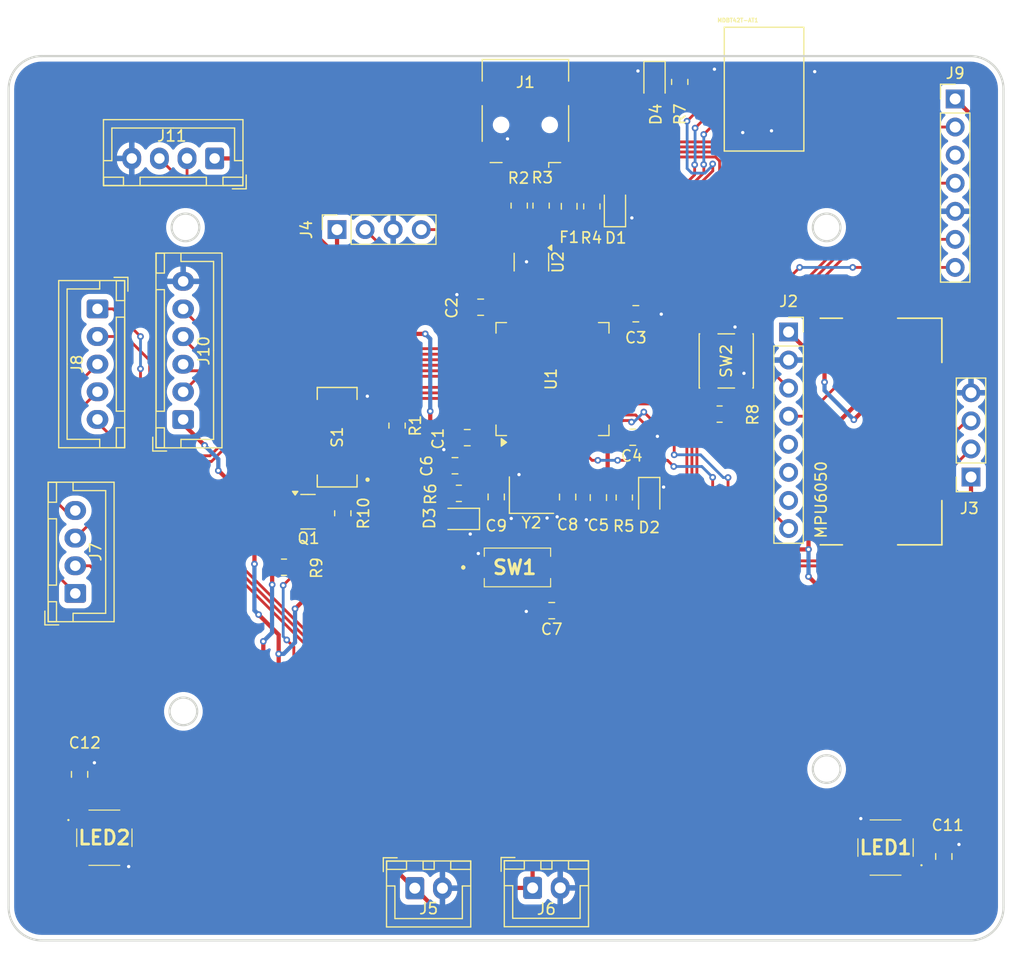
<source format=kicad_pcb>
(kicad_pcb (version 20241229) (generator "pcbnew") (generator_version "9.0")
  (layers (0 "F.Cu" signal) (2 "B.Cu" signal) (13 "F.Paste" user) (15 "B.Paste" user) (5 "F.SilkS" user "F.Silkscreen") (7 "B.SilkS" user "B.Silkscreen") (1 "F.Mask" user) (3 "B.Mask" user) (25 "Edge.Cuts" user))
  (net 0 "")
  (net 2 "/PS2_SCK")
  (net 3 "/PS2_MISO")
  (net 5 "/PS2_CS")
  (net 6 "/PS2_MOSI")
  (net 7 "Net-(U1-PA1)")
  (net 9 "/X4")
  (net 10 "/X3")
  (net 11 "/X1")
  (net 12 "/X2")
  (net 13 "/USER_TX")
  (net 16 "/USER_RX")
  (net 21 "/RESET")
  (net 28 "+3V3")
  (net 29 "GND")
  (net 33 "Net-(R1-Pad2)")
  (net 34 "/BOOT")
  (net 35 "/OSC_OUT")
  (net 36 "/OSC_IN")
  (net 37 "Net-(D1-A)")
  (net 40 "/D+")
  (net 42 "/D-")
  (net 45 "Net-(J1-VBUS)")
  (net 46 "/USB_CONN_D+")
  (net 47 "/USB_CONN_D-")
  (net 48 "Vusb")
  (net 49 "/USB_D+")
  (net 50 "/USB_D-")
  (net 51 "Net-(D2-A)")
  (net 52 "Net-(D3-A)")
  (net 53 "/USER_LED")
  (net 55 "+5V")
  (net 56 "/IMU_INT")
  (net 58 "/IMU_I2C_SCL")
  (net 60 "/IMU_I2C_SDA")
  (net 69 "Net-(D4-A)")
  (net 70 "/BL_WAKEUP")
  (net 71 "/BL_RX")
  (net 72 "/BL_TX")
  (net 73 "Net-(MDBT42T-AT1-INDICATOR)")
  (net 74 "/ULTRA_TRIG")
  (net 75 "/ULTRA_ECHO")
  (net 76 "/SWCLK")
  (net 77 "/SWDIO")
  (net 78 "/uBUTTON")
  (net 79 "/BN1")
  (net 80 "/AN1")
  (net 81 "/AN2")
  (net 82 "/BN2")
  (net 83 "/E2A")
  (net 84 "/E2B")
  (net 85 "/E1A")
  (net 86 "/E1B")
  (net 87 "/PWR_ADC")
  (net 88 "Net-(LED1-DOUT)")
  (net 89 "Net-(LED1-DIN)")
  (net 91 "/RGB_DIN")
  (footprint "Resistor_SMD:R_0805_2012Metric_Pad1.20x1.40mm_HandSolder" (layer "F.Cu") (at 138.29 43.28 -90)
    (property "Reference" "R2")
    (property "Value" "22")
  )
  (footprint "Package_QFP:LQFP-64_10x10mm_P0.5mm" (layer "F.Cu") (at 141.3 58.97 90)
    (property "Reference" "U1")
    (property "Value" "STM32F103RCTx")
  )
  (footprint "Resistor_SMD:R_0805_2012Metric_Pad1.20x1.40mm_HandSolder" (layer "F.Cu") (at 117.01 75.99)
    (property "Reference" "R9")
    (property "Value" "10k")
  )
  (footprint "Resistor_SMD:R_0805_2012Metric_Pad1.20x1.40mm_HandSolder" (layer "F.Cu") (at 140.27 43.28 90)
    (property "Reference" "R3")
    (property "Value" "22")
  )
  (footprint "Capacitor_SMD:C_0805_2012Metric_Pad1.18x1.45mm_HandSolder" (layer "F.Cu") (at 98.52 94.73 90)
    (property "Reference" "C12")
    (property "Value" "0.1uF")
  )
  (footprint "Connector_JST:JST_XH_B2B-XH-A_1x02_P2.50mm_Vertical" (layer "F.Cu") (at 139.5 105)
    (property "Reference" "J6")
    (property "Value" "CONN_3V3")
  )
  (footprint "Connector_PinHeader_2.54mm:PinHeader_1x07_P2.54mm_Vertical" (layer "F.Cu") (at 177.73 33.63)
    (property "Reference" "J9")
    (property "Value" "CONN_PS2")
  )
  (footprint "Connector_JST:JST_XH_B5B-XH-A_1x05_P2.50mm_Vertical" (layer "F.Cu") (at 100.14 52.62 -90)
    (property "Reference" "J8")
    (property "Value" "CONN_HAL")
  )
  (footprint "Connector_PinSocket_2.54mm:PinSocket_1x08_P2.54mm_Vertical" (layer "F.Cu") (at 162.66 54.71)
    (property "Reference" "J2")
    (property "Value" "CONN_MPU6050")
  )
  (footprint "LED_SMD:LED_0805_2012Metric_Pad1.15x1.40mm_HandSolder" (layer "F.Cu") (at 150.53 32.1 -90)
    (property "Reference" "D4")
    (property "Value" "BL_IND_LED")
  )
  (footprint "Package_TO_SOT_SMD:SOT-23" (layer "F.Cu") (at 119.1825 70.97)
    (property "Reference" "Q1")
    (property "Value" "BSS138")
  )
  (footprint "LED_SMD:LED_0805_2012Metric_Pad1.15x1.40mm_HandSolder" (layer "F.Cu") (at 132.8375 71.62 180)
    (property "Reference" "D3")
    (property "Value" "USER_LED")
  )
  (footprint "Resistor_SMD:R_0805_2012Metric_Pad1.20x1.40mm_HandSolder" (layer "F.Cu") (at 147.795 69.6825 -90)
    (property "Reference" "R5")
    (property "Value" "10k")
  )
  (footprint "RGB_LED:INPI55TATPRPGPB" (layer "F.Cu") (at 171.43 101.35 180)
    (property "Reference" "LED1")
    (property "Value" "IN-PI55TATPRPGPB" (hide yes))
  )
  (footprint "Fuse:Fuse_0805_2012Metric_Pad1.15x1.40mm_HandSolder" (layer "F.Cu") (at 142.81 43.34 -90)
    (property "Reference" "F1")
    (property "Value" "PTCSMD")
  )
  (footprint "Capacitor_SMD:C_0805_2012Metric_Pad1.18x1.45mm_HandSolder" (layer "F.Cu") (at 136.21 69.63 -90)
    (property "Reference" "C9")
    (property "Value" "22pF")
  )
  (footprint "Resistor_SMD:R_0805_2012Metric_Pad1.20x1.40mm_HandSolder" (layer "F.Cu") (at 122.33 71.11 90)
    (property "Reference" "R10")
    (property "Value" "10k")
  )
  (footprint "Connector_PinSocket_2.54mm:PinSocket_1x04_P2.54mm_Vertical" (layer "F.Cu") (at 121.81 45.45 90)
    (property "Reference" "J4")
    (property "Value" "CONN_SWD")
  )
  (footprint "Resistor_SMD:R_0805_2012Metric_Pad1.20x1.40mm_HandSolder" (layer "F.Cu") (at 156.42 62.14 180)
    (property "Reference" "R8")
    (property "Value" "10k")
  )
  (footprint "Connector_JST:JST_XH_B4B-XH-A_1x04_P2.50mm_Vertical" (layer "F.Cu") (at 110.74 39.01 180)
    (property "Reference" "J11")
    (property "Value" "CONN_UART")
  )
  (footprint "MDBT42T-AT:MDBT42T" (layer "F.Cu") (at 160.44 32.74175)
    (property "Reference" "MDBT42T-AT1")
    (property "Value" "MDBT42T-AT")
  )
  (footprint "Capacitor_SMD:C_0805_2012Metric_Pad1.18x1.45mm_HandSolder" (layer "F.Cu") (at 134.8 52.47 180)
    (property "Reference" "C2")
    (property "Value" "0.1uF")
  )
  (footprint "Resistor_SMD:R_0805_2012Metric_Pad1.20x1.40mm_HandSolder" (layer "F.Cu") (at 132.83 69.31 180)
    (property "Reference" "R6")
    (property "Value" "10k")
  )
  (footprint "Resistor_SMD:R_0805_2012Metric_Pad1.20x1.40mm_HandSolder" (layer "F.Cu") (at 152.81 32.09 -90)
    (property "Reference" "R7")
    (property "Value" "10k")
  )
  (footprint "Capacitor_SMD:C_0805_2012Metric_Pad1.18x1.45mm_HandSolder" (layer "F.Cu") (at 148.56 64.23)
    (property "Reference" "C4")
    (property "Value" "0.1uF")
  )
  (footprint "Package_TO_SOT_SMD:SOT-23-6" (layer "F.Cu") (at 139.3925 48.39 -90)
    (property "Reference" "U2")
    (property "Value" "USBLC6-2SC6")
  )
  (footprint "Capacitor_SMD:C_0805_2012Metric_Pad1.18x1.45mm_HandSolder" (layer "F.Cu") (at 145.45 69.69 -90)
    (property "Reference" "C5")
    (property "Value" "0.1uF")
  )
  (footprint "Connector_PinSocket_2.54mm:PinSocket_1x04_P2.54mm_Vertical" (layer "F.Cu") (at 179.16 67.83 180)
    (property "Reference" "J3")
    (property "Value" "CONN_ULTRA")
  )
  (footprint "Connector_JST:JST_XH_B4B-XH-A_1x04_P2.50mm_Vertical" (layer "F.Cu") (at 98.13 78.36 90)
    (property "Reference" "J7")
    (property "Value" "CONN_DRIVE")
  )
  (footprint "Crystal:Crystal_SMD_Abracon_ABM8G-4Pin_3.2x2.5mm" (layer "F.Cu") (at 139.4 69.47)
    (property "Reference" "Y2")
    (property "Value" "16MHz")
  )
  (footprint "SW_uP_Reset:SW_uP_Reset" (layer "F.Cu") (at 138.13 76.01)
    (property "Reference" "SW1")
    (property "Value" "SW_uP_Reset" (hide yes))
  )
  (footprint "Capacitor_SMD:C_0805_2012Metric_Pad1.18x1.45mm_HandSolder" (layer "F.Cu") (at 132.48 66.81 180)
    (property "Reference" "C6")
    (property "Value" "10uF")
  )
  (footprint "Connector_JST:JST_XH_B2B-XH-A_1x02_P2.50mm_Vertical" (layer "F.Cu") (at 128.845 105.025)
    (property "Reference" "J5")
    (property "Value" "CONN_5V")
  )
  (footprint "LED_SMD:LED_0805_2012Metric_Pad1.15x1.40mm_HandSolder" (layer "F.Cu") (at 150.05 69.73 -90)
    (property "Reference" "D2")
    (property "Value" "uP_PWR_LED")
  )
  (footprint "Capacitor_SMD:C_0805_2012Metric_Pad1.18x1.45mm_HandSolder" (layer "F.Cu") (at 133.59 64.27 180)
    (property "Reference" "C1")
    (property "Value" "0.1uF")
  )
  (footprint "RGB_LED:INPI55TATPRPGPB" (layer "F.Cu") (at 100.76 100.46)
    (property "Reference" "LED2")
    (property "Value" "IN-PI55TATPRPGPB" (hide yes))
  )
  (footprint "Capacitor_SMD:C_0805_2012Metric_Pad1.18x1.45mm_HandSolder" (layer "F.Cu") (at 142.67 69.64 -90)
    (property "Reference" "C8")
    (property "Value" "22pF")
  )
  (footprint "Resistor_SMD:R_0805_2012Metric_Pad1.20x1.40mm_HandSolder" (layer "F.Cu") (at 127.24 63.18 -90)
    (property "Reference" "R1")
    (property "Value" "10k")
  )
  (footprint "Connector_JST:JST_XH_B6B-XH-A_1x06_P2.50mm_Vertical" (layer "F.Cu") (at 107.89 62.63 90)
    (property "Reference" "J10")
    (property "Value" "CONN_TRACK")
  )
  (footprint "Capacitor_SMD:C_0805_2012Metric_Pad1.18x1.45mm_HandSolder" (layer "F.Cu") (at 148.84 53.06)
    (property "Reference" "C3")
    (property "Value" "0.1uF")
  )
  (footprint "Button_Switch_SMD:SW_SPST_PTS647_Sx50" (layer "F.Cu") (at 157.02 57.33 90)
    (property "Reference" "SW2")
    (property "Value" "SW_USER")
  )
  (footprint "LED_SMD:LED_0805_2012Metric_Pad1.15x1.40mm_HandSolder" (layer "F.Cu") (at 146.95 43.33 90)
    (property "Reference" "D1")
    (property "Value" "USB_PWR_LED")
  )
  (footprint "SW_uP_Boot:SW_uP_Boot" (layer "F.Cu") (at 121.82 64.23 90)
    (property "Reference" "S1")
    (property "Value" "JS202011SCQN")
  )
  (footprint "Capacitor_SMD:C_0805_2012Metric_Pad1.18x1.45mm_HandSolder" (layer "F.Cu") (at 176.7 102.16 90)
    (property "Reference" "C11")
    (property "Value" "0.1uF")
  )
  (footprint "Connector_USB:USB_Mini-B_Lumberg_2486_01_Horizontal" (layer "F.Cu") (at 138.85 35.975 180)
    (property "Reference" "J1")
    (property "Value" "USB_B_Mini")
  )
  (footprint "Capacitor_SMD:C_0805_2012Metric_Pad1.18x1.45mm_HandSolder" (layer "F.Cu") (at 141.23 79.92 180)
    (property "Reference" "C7")
    (property "Value" "0.01uF")
  )
  (footprint "Resistor_SMD:R_0805_2012Metric_Pad1.20x1.40mm_HandSolder" (layer "F.Cu") (at 144.86 43.35 90)
    (property "Reference" "R4")
    (property "Value" "10k")
  )
  (gr_line (start 176.525 53.465) (end 176.525 57.465) (stroke (width 0.15)) (layer "F.SilkS"))
  (gr_line (start 176.525 53.465) (end 172.525 53.465) (stroke (width 0.15)) (layer "F.SilkS"))
  (gr_line (start 176.525 73.965) (end 172.525 73.965) (stroke (width 0.15)) (layer "F.SilkS"))
  (gr_line (start 176.525 73.965) (end 176.525 69.965) (stroke (width 0.15)) (layer "F.SilkS"))
  (gr_line (start 167.525 73.965) (end 165.525 73.965) (stroke (width 0.15)) (layer "F.SilkS"))
  (gr_line (start 167.525 53.465) (end 165.525 53.465) (stroke (width 0.15)) (layer "F.SilkS"))
  (gr_arc (start 179.1 29.750001) (mid 181.22132 30.628681) (end 182.1 32.750001) (stroke (width 0.2)) (layer "Edge.Cuts"))
  (gr_arc (start 182.1 106.750001) (mid 181.22132 108.871321) (end 179.1 109.750001) (stroke (width 0.2)) (layer "Edge.Cuts"))
  (gr_line (start 179.1 29.750001) (end 95.100001 29.750001) (stroke (width 0.2)) (layer "Edge.Cuts"))
  (gr_circle (center 107.91 89.030001) (end 109.16 89.030001) (stroke (width 0.2)) (fill no) (layer "Edge.Cuts"))
  (gr_circle (center 108.1 45.250001) (end 109.35 45.250001) (stroke (width 0.2)) (fill no) (layer "Edge.Cuts"))
  (gr_line (start 179.1 109.750001) (end 95.100001 109.750001) (stroke (width 0.2)) (layer "Edge.Cuts"))
  (gr_arc (start 95.100001 109.750001) (mid 92.978679 108.871321) (end 92.1 106.75) (stroke (width 0.2)) (layer "Edge.Cuts"))
  (gr_arc (start 92.1 32.750002) (mid 92.978679 30.62868) (end 95.100001 29.750001) (stroke (width 0.2)) (layer "Edge.Cuts"))
  (gr_line (start 182.1 106.750001) (end 182.1 32.750001) (stroke (width 0.2)) (layer "Edge.Cuts"))
  (gr_circle (center 166.1 94.250001) (end 167.35 94.250001) (stroke (width 0.2)) (fill no) (layer "Edge.Cuts"))
  (gr_circle (center 166.1 45.250001) (end 167.35 45.250001) (stroke (width 0.2)) (fill no) (layer "Edge.Cuts"))
  (gr_line (start 92.1 106.75) (end 92.1 32.750002) (stroke (width 0.2)) (layer "Edge.Cuts"))
  (gr_text "MPU6050" (at 166.185 73.485 90) (layer "F.SilkS") (effects (font (size 1 1)) (justify left bottom)))
  (segment (start 176.37 36.17) (end 174.68 37.86) (width 0.254) (layer "F.Cu") (net 2))
  (segment (start 174.68 37.86) (end 174.68 39.54) (width 0.254) (layer "F.Cu") (net 2))
  (segment (start 144.55 52.087744) (end 144.55 53.295) (width 0.254) (layer "F.Cu") (net 2))
  (segment (start 145.85734 50.780404) (end 144.55 52.087744) (width 0.254) (layer "F.Cu") (net 2))
  (segment (start 177.73 36.17) (end 176.37 36.17) (width 0.254) (layer "F.Cu") (net 2))
  (segment (start 163.439596 50.780404) (end 145.85734 50.780404) (width 0.254) (layer "F.Cu") (net 2))
  (segment (start 174.68 39.54) (end 163.439596 50.780404) (width 0.254) (layer "F.Cu") (net 2))
  (segment (start 163.929596 51.690404) (end 169.3 46.32) (width 0.254) (layer "F.Cu") (net 3))
  (segment (start 145.294008 54.398) (end 145.69 54.002008) (width 0.254) (layer "F.Cu") (net 3))
  (segment (start 144.305992 54.398) (end 145.294008 54.398) (width 0.254) (layer "F.Cu") (net 3))
  (segment (start 169.31 46.33) (end 177.73 46.33) (width 0.254) (layer "F.Cu") (net 3))
  (segment (start 145.69 54.002008) (end 145.69 52.49) (width 0.254) (layer "F.Cu") (net 3))
  (segment (start 145.69 52.49) (end 146.489596 51.690404) (width 0.254) (layer "F.Cu") (net 3))
  (segment (start 169.3 46.32) (end 169.31 46.33) (width 0.254) (layer "F.Cu") (net 3))
  (segment (start 144.05 54.142008) (end 144.305992 54.398) (width 0.254) (layer "F.Cu") (net 3))
  (segment (start 144.05 53.295) (end 144.05 54.142008) (width 0.254) (layer "F.Cu") (net 3))
  (segment (start 146.489596 51.690404) (end 163.929596 51.690404) (width 0.254) (layer "F.Cu") (net 3))
  (segment (start 173.613468 41.25) (end 177.73 41.25) (width 0.254) (layer "F.Cu") (net 5))
  (segment (start 145.05 52.231212) (end 146.045808 51.235404) (width 0.254) (layer "F.Cu") (net 5))
  (segment (start 163.628064 51.235404) (end 173.613468 41.25) (width 0.254) (layer "F.Cu") (net 5))
  (segment (start 146.045808 51.235404) (end 163.628064 51.235404) (width 0.254) (layer "F.Cu") (net 5))
  (segment (start 145.05 53.295) (end 145.05 52.231212) (width 0.254) (layer "F.Cu") (net 5))
  (segment (start 144.557138 51.437138) (end 145.668872 50.325404) (width 0.254) (layer "F.Cu") (net 6))
  (segment (start 143.55 52.444276) (end 144.557138 51.437138) (width 0.254) (layer "F.Cu") (net 6))
  (segment (start 143.55 53.295) (end 143.55 52.444276) (width 0.254) (layer "F.Cu") (net 6))
  (segment (start 148.828871 50.325404) (end 162.204596 50.325404) (width 0.254) (layer "F.Cu") (net 6))
  (segment (start 162.204596 50.325404) (end 162.99 49.54) (width 0.254) (layer "F.Cu") (net 6))
  (segment (start 162.99 49.54) (end 163.66 48.87) (width 0.254) (layer "F.Cu") (net 6))
  (segment (start 168.46 48.87) (end 177.73 48.87) (width 0.254) (layer "F.Cu") (net 6))
  (segment (start 145.668872 50.325404) (end 148.828871 50.325404) (width 0.254) (layer "F.Cu") (net 6))
  (via (at 163.66 48.87) (size 0.6) (drill 0.3) (layers "F.Cu" "B.Cu") (net 6))
  (via (at 168.46 48.87) (size 0.6) (drill 0.3) (layers "F.Cu" "B.Cu") (net 6))
  (segment (start 163.66 48.87) (end 168.46 48.87) (width 0.254) (layer "B.Cu") (net 6))
  (segment (start 144.55 63.7) (end 144.77 63.48) (width 0.254) (layer "F.Cu") (net 7))
  (segment (start 145.05 63.76) (end 145.05 64.645) (width 0.254) (layer "F.Cu") (net 7))
  (segment (start 144.77 63.48) (end 145.05 63.76) (width 0.254) (layer "F.Cu") (net 7))
  (segment (start 144.55 64.645) (end 144.55 63.7) (width 0.254) (layer "F.Cu") (net 7))
  (segment (start 135.625 57.22) (end 112.42 57.22) (width 0.254) (layer "F.Cu") (net 9))
  (segment (start 107.89 52.69) (end 107.89 52.63) (width 0.254) (layer "F.Cu") (net 9))
  (segment (start 112.42 57.22) (end 107.89 52.69) (width 0.254) (layer "F.Cu") (net 9))
  (segment (start 107.89 55.29) (end 107.89 55.13) (width 0.254) (layer "F.Cu") (net 10))
  (segment (start 110.32 57.72) (end 107.89 55.29) (width 0.254) (layer "F.Cu") (net 10))
  (segment (start 135.625 57.72) (end 110.32 57.72) (width 0.254) (layer "F.Cu") (net 10))
  (segment (start 135.625 58.72) (end 109.3 58.72) (width 0.254) (layer "F.Cu") (net 11))
  (segment (start 109.3 58.72) (end 107.89 60.13) (width 0.254) (layer "F.Cu") (net 11))
  (segment (start 135.625 58.22) (end 108.48 58.22) (width 0.254) (layer "F.Cu") (net 12))
  (segment (start 108.48 58.22) (end 107.89 57.63) (width 0.254) (layer "F.Cu") (net 12))
  (segment (start 108.24 40.866532) (end 108.24 39.01) (width 0.254) (layer "F.Cu") (net 13))
  (segment (start 123.593468 56.22) (end 108.24 40.866532) (width 0.254) (layer "F.Cu") (net 13))
  (segment (start 135.625 56.22) (end 123.593468 56.22) (width 0.254) (layer "F.Cu") (net 13))
  (segment (start 135.625 56.72) (end 123.45 56.72) (width 0.254) (layer "F.Cu") (net 16))
  (segment (start 123.45 56.72) (end 105.74 39.01) (width 0.254) (layer "F.Cu") (net 16))
  (segment (start 143.73 74.38) (end 143.11 74.38) (width 0.254) (layer "F.Cu") (net 21))
  (segment (start 140.572 65.514008) (end 140.805992 65.748) (width 0.254) (layer "F.Cu") (net 21))
  (segment (start 141.3 65.742008) (end 141.305992 65.748) (width 0.254) (layer "F.Cu") (net 21))
  (segment (start 141.702032 65.748) (end 143.73 67.775968) (width 0.254) (layer "F.Cu") (net 21))
  (segment (start 141.305992 65.748) (end 141.702032 65.748) (width 0.254) (layer "F.Cu") (net 21))
  (segment (start 140.572 64.645) (end 140.572 65.514008) (width 0.254) (layer "F.Cu") (net 21))
  (segment (start 141.294008 65.748) (end 141.3 65.742008) (width 0.254) (layer "F.Cu") (net 21))
  (segment (start 141.48 76.01) (end 141.48 79.1325) (width 0.254) (layer "F.Cu") (net 21))
  (segment (start 140.55 64.645) (end 140.572 64.645) (width 0.254) (layer "F.Cu") (net 21))
  (segment (start 140.805992 65.748) (end 141.294008 65.748) (width 0.254) (layer "F.Cu") (net 21))
  (segment (start 141.48 79.1325) (end 142.2675 79.92) (width 0.254) (layer "F.Cu") (net 21))
  (segment (start 143.11 74.38) (end 141.48 76.01) (width 0.254) (layer "F.Cu") (net 21))
  (segment (start 143.73 67.775968) (end 143.73 74.38) (width 0.254) (layer "F.Cu") (net 21))
  (segment (start 134.85 66.81) (end 133.5175 66.81) (width 0.381) (layer "F.Cu") (net 28))
  (segment (start 161.066738 74.38) (end 164.46 74.38) (width 0.381) (layer "F.Cu") (net 28))
  (segment (start 116.53 82.09) (end 116.53 83.83) (width 0.381) (layer "F.Cu") (net 28))
  (segment (start 169.593 104.37) (end 170.1215 103.8415) (width 0.381) (layer "F.Cu") (net 28))
  (segment (start 114.34 70.47) (end 111.74 67.87) (width 0.381) (layer "F.Cu") (net 28))
  (segment (start 145.45 68.209033) (end 145.45 68.6525) (width 0.254) (layer "F.Cu") (net 28))
  (segment (start 145.872 62.964008) (end 147.137992 64.23) (width 0.254) (layer "F.Cu") (net 28))
  (segment (start 147.8 53.5075) (end 147.8 54.3535) (width 0.381) (layer "F.Cu") (net 28))
  (segment (start 135.8375 53.7775) (end 141.19 59.13) (width 0.381) (layer "F.Cu") (net 28))
  (segment (start 179.78 50.25) (end 179.78 35.68) (width 0.381) (layer "F.Cu") (net 28))
  (segment (start 107.89 62.63) (end 107.89 63.03) (width 0.381) (layer "F.Cu") (net 28))
  (segment (start 135.8375 52.47) (end 135.8375 53.7775) (width 0.381) (layer "F.Cu") (net 28))
  (segment (start 162.15 39.45) (end 161.84 39.14) (width 0.381) (layer "F.Cu") (net 28))
  (segment (start 132.109 68.2185) (end 133.5175 66.81) (width 0.381) (layer "F.Cu") (net 28))
  (segment (start 179.78 32.56) (end 178.85 31.63) (width 0.381) (layer "F.Cu") (net 28))
  (segment (start 147.8025 53.06) (end 147.402071 53.06) (width 0.381) (layer "F.Cu") (net 28))
  (segment (start 146.29 67.22) (end 146.3325 67.22) (width 0.381) (layer "F.Cu") (net 28))
  (segment (start 127.574144 65.56) (end 130.24 62.894144) (width 0.381) (layer "F.Cu") (net 28))
  (segment (start 143.55 66.309033) (end 145.45 68.209033) (width 0.254) (layer "F.Cu") (net 28))
  (segment (start 136.05 64.27) (end 136.11 64.21) (width 0.381) (layer "F.Cu") (net 28))
  (segment (start 136.11 64.21) (end 141.19 59.13) (width 0.381) (layer "F.Cu") (net 28))
  (segment (start 164.46 65.57) (end 179.78 50.25) (width 0.381) (layer "F.Cu") (net 28))
  (segment (start 146.29 67.22) (end 146.29 67.8125) (width 0.381) (layer "F.Cu") (net 28))
  (segment (start 148.11 104.37) (end 169.593 104.37) (width 0.381) (layer "F.Cu") (net 28))
  (segment (start 134.6275 63.545) (end 135.411 62.7615) (width 0.381) (layer "F.Cu") (net 28))
  (segment (start 136.11 64.21) (end 136.11 65.55) (width 0.381) (layer "F.Cu") (net 28))
  (segment (start 120.57 68.24) (end 120.57 68.35) (width 0.381) (layer "F.Cu") (net 28))
  (segment (start 170.1215 103.8415) (end 170.1215 82.4915) (width 0.381) (layer "F.Cu") (net 28))
  (segment (start 134.6275 64.27) (end 134.6275 63.545) (width 0.381) (layer "F.Cu") (net 28))
  (segment (start 122.08 66.73) (end 122.12 66.73) (width 0.381) (layer "F.Cu") (net 28))
  (segment (start 111.09 67.25) (end 111.07 67.25) (width 0.381) (layer "F.Cu") (net 28))
  (segment (start 121.78 47.83) (end 112.96 39.01) (width 0.381) (layer "F.Cu") (net 28))
  (segment (start 121.81 47.83) (end 121.78 47.83) (width 0.381) (layer "F.Cu") (net 28))
  (segment (start 117.95 68.24) (end 120.57 68.24) (width 0.381) (layer "F.Cu") (net 28))
  (segment (start 179.78 35.68) (end 179.78 32.56) (width 0.381) (layer "F.Cu") (net 28))
  (segment (start 147.8 54.3535) (end 146.975 55.1785) (width 0.381) (layer "F.Cu") (net 28))
  (segment (start 146.29 67.8125) (end 145.45 68.6525) (width 0.381) (layer "F.Cu") (net 28))
  (segment (start 114.79 70.02) (end 116.02 70.02) (width 0.381) (layer "F.Cu") (net 28))
  (segment (start 121.81 45.45) (end 121.81 47.83) (width 0.381) (layer "F.Cu") (net 28))
  (segment (start 147.137992 64.23) (end 147.5225 64.23) (width 0.254) (layer "F.Cu") (net 28))
  (segment (start 114.34 75.7) (end 114.34 70.47) (width 0.381) (layer "F.Cu") (net 28))
  (segment (start 141.19 59.13) (end 146.29 64.23) (width 0.381) (layer "F.Cu") (net 28))
  (segment (start 116.02 70.02) (end 118.245 70.02) (width 0.381) (layer "F.Cu") (net 28))
  (segment (start 114.34 70.47) (end 114.79 70.02) (width 0.381) (layer "F.Cu") (net 28))
  (segment (start 146.975 61.72) (end 146.127992 61.72) (width 0.254) (layer "F.Cu") (net 28))
  (segment (start 129.5415 68.2185) (end 132.109 68.2185) (width 0.381) (layer "F.Cu") (net 28))
  (segment (start 139.5 105) (end 135.73 105) (width 0.381) (layer "F.Cu") (net 28))
  (segment (start 136.6835 52.47) (end 137.5085 53.295) (width 0.381) (layer "F.Cu") (net 28))
  (segment (start 165.95 39.45) (end 162.15 39.45) (width 0.381) (layer "F.Cu") (net 28))
  (segment (start 158.83 72.143262) (end 161.066738 74.38) (width 0.381) (layer "F.Cu") (net 28))
  (segment (start 136.11 65.55) (end 134.85 66.81) (width 0.381) (layer "F.Cu") (net 28))
  (segment (start 111.71 67.87) (end 111.09 67.25) (width 0.381) (layer "F.Cu") (net 28))
  (segment (start 167.73 37.67) (end 165.95 39.45) (width 0.381) (layer "F.Cu") (net 28))
  (segment (start 164.46 74.38) (end 164.46 65.57) (width 0.381) (layer "F.Cu") (net 28))
  (segment (start 118.01 79.75) (end 129.5415 68.2185) (width 0.381) (layer "F.Cu") (net 28))
  (segment (start 146.29 64.23) (end 146.29 67.22) (width 0.381) (layer "F.Cu") (net 28))
  (segment (start 167.73 33.02) (end 167.73 37.67) (width 0.381) (layer "F.Cu") (net 28))
  (segment (start 145.872 61.975992) (end 145.872 62.964008) (width 0.254) (layer "F.Cu") (net 28))
  (segment (start 161.84 39.14) (end 161.84 37.94175) (width 0.381) (layer "F.Cu") (net 28))
  (segment (start 122.12 66.73) (end 123.29 65.56) (width 0.381) (layer "F.Cu") (net 28))
  (segment (start 111.74 67.87) (end 111.71 67.87) (width 0.381) (layer "F.Cu") (net 28))
  (segment (start 146.127992 61.72) (end 145.872 61.975992) (width 0.254) (layer "F.Cu") (net 28))
  (segment (start 134.6275 64.27) (end 136.05 64.27) (width 0.381) (layer "F.Cu") (net 28))
  (segment (start 123.29 65.56) (end 127.574144 65.56) (width 0.381) (layer "F.Cu") (net 28))
  (segment (start 143.55 64.645) (end 143.55 66.309033) (width 0.254) (layer "F.Cu") (net 28))
  (segment (start 122.08 66.73) (end 124.57 66.73) (width 0.381) (layer "F.Cu") (net 28))
  (segment (start 179.78 35.68) (end 177.73 33.63) (width 0.381) (layer "F.Cu") (net 28))
  (segment (start 158.83 63.55) (end 158.83 72.143262) (width 0.381) (layer "F.Cu") (net 28))
  (segment (start 141.31 101.21) (end 144.95 101.21) (width 0.381) (layer "F.Cu") (net 28))
  (segment (start 169.12 31.63) (end 167.73 33.02) (width 0.381) (layer "F.Cu") (net 28))
  (segment (start 116.53 85.8) (end 116.53 83.83) (width 0.381) (layer "F.Cu") (net 28))
  (segment (start 146.29 64.23) (end 147.5225 64.23) (width 0.381) (layer "F.Cu") (net 28))
  (segment (start 147.765 68.6525) (end 147.795 68.6825) (width 0.254) (layer "F.Cu") (net 28))
  (segment (start 130.24 62.894144) (end 130.24 61.88) (width 0.381) (layer "F.Cu") (net 28))
  (segment (start 135.411 62.7615) (end 135.625 62.7615) (width 0.381) (layer "F.Cu") (net 28))
  (segment (start 144.95 101.21) (end 148.11 104.37) (width 0.381) (layer "F.Cu") (net 28))
  (segment (start 129.79 54.88) (end 128.86 54.88) (width 0.381) (layer "F.Cu") (net 28))
  (segment (start 135.8375 52.47) (end 136.6835 52.47) (width 0.381) (layer "F.Cu") (net 28))
  (segment (start 114.715 80.275) (end 116.53 82.09) (width 0.381) (layer "F.Cu") (net 28))
  (segment (start 170.1215 82.4915) (end 164.46 76.83) (width 0.381) (layer "F.Cu") (net 28))
  (segment (start 128.86 54.88) (end 121.81 47.83) (width 0.381) (layer "F.Cu") (net 28))
  (segment (start 146.3325 67.22) (end 147.795 68.6825) (width 0.381) (layer "F.Cu") (net 28))
  (segment (start 112.96 39.01) (end 110.74 39.01) (width 0.381) (layer "F.Cu") (net 28))
  (segment (start 139.5 103.02) (end 141.31 101.21) (width 0.381) (layer "F.Cu") (net 28))
  (segment (start 116.02 70.02) (end 116.17 70.02) (width 0.381) (layer "F.Cu") (net 28))
  (segment (start 178.85 31.63) (end 169.12 31.63) (width 0.381) (layer "F.Cu") (net 28))
  (segment (start 147.402071 53.06) (end 141.332071 59.13) (width 0.381) (layer "F.Cu") (net 28))
  (segment (start 139.5 105) (end 139.5 103.02) (width 0.381) (layer "F.Cu") (net 28))
  (segment (start 107.89 63.03) (end 109.83 64.97) (width 0.381) (layer "F.Cu") (net 28))
  (segment (start 120.57 68.35) (end 122.33 70.11) (width 0.381) (layer "F.Cu") (net 28))
  (segment (start 120.57 68.24) (end 122.08 66.73) (width 0.381) (layer "F.Cu") (net 28))
  (segment (start 135.73 105) (end 116.53 85.8) (width 0.381) (layer "F.Cu") (net 28))
  (segment (start 116.17 70.02) (end 117.95 68.24) (width 0.381) (layer "F.Cu") (net 28))
  (segment (start 157.42 62.14) (end 158.83 63.55) (width 0.381) (layer "F.Cu") (net 28))
  (via (at 164.46 74.38) (size 0.6) (drill 0.3) (layers "F.Cu" "B.Cu") (net 28))
  (via (at 164.46 76.83) (size 0.6) (drill 0.3) (layers "F.Cu" "B.Cu") (net 28))
  (via (at 130.24 61.88) (size 0.6) (drill 0.3) (layers "F.Cu" "B.Cu") (net 28))
  (via (at 111.07 67.25) (size 0.6) (drill 0.3) (layers "F.Cu" "B.Cu") (net 28))
  (via (at 114.34 75.7) (size 0.6) (drill 0.3) (layers "F.Cu" "B.Cu") (net 28))
  (via (at 116.53 83.83) (size 0.6) (drill 0.3) (layers "F.Cu" "B.Cu") (net 28))
  (via (at 129.79 54.88) (size 0.6) (drill 0.3) (layers "F.Cu" "B.Cu") (net 28))
  (via (at 118.01 79.75) (size 0.6) (drill 0.3) (layers "F.Cu" "B.Cu") (net 28))
  (via (at 114.715 80.275) (size 0.6) (drill 0.3) (layers "F.Cu" "B.Cu") (net 28))
  (via (at 109.83 64.97) (size 0.6) (drill 0.3) (layers "F.Cu" "B.Cu") (net 28))
  (segment (start 114.715 80.275) (end 114.335 79.895) (width 0.381) (layer "B.Cu") (net 28))
  (segment (start 130.24 55.33) (end 129.79 54.88) (width 0.381) (layer "B.Cu") (net 28))
  (segment (start 114.335 75.705) (end 114.34 75.7) (width 0.381) (layer "B.Cu") (net 28))
  (segment (start 116.53 83.83) (end 116.978429 83.83) (width 0.381) (layer "B.Cu") (net 28))
  (segment (start 164.46 76.48) (end 164.46 76.83) (width 0.381) (layer "B.Cu") (net 28))
  (segment (start 164.46 76.84) (end 164.5 76.88) (width 0.381) (layer "B.Cu") (net 28))
  (segment (start 116.978429 83.83) (end 118.01 82.798429) (width 0.381) (layer "B.Cu") (net 28))
  (segment (start 111.07 66.21) (end 109.83 64.97) (width 0.381) (layer "B.Cu") (net 28))
  (segment (start 130.24 61.88) (end 130.24 55.33) (width 0.381) (layer "B.Cu") (net 28))
  (segment (start 114.335 79.895) (end 114.335 75.705) (width 0.381) (layer "B.Cu") (net 28))
  (segment (start 118.01 82.798429) (end 118.01 79.75) (width 0.381) (layer "B.Cu") (net 28))
  (segment (start 111.07 67.25) (end 111.07 66.21) (width 0.381) (layer "B.Cu") (net 28))
  (segment (start 164.46 74.38) (end 164.46 76.48) (width 0.381) (layer "B.Cu") (net 28))
  (segment (start 164.46 76.83) (end 164.46 76.84) (width 0.381) (layer "B.Cu") (net 28))
  (segment (start 162.54 37.94175) (end 162.54 36.86075) (width 0.381) (layer "F.Cu") (net 29))
  (segment (start 140.81 70.63) (end 140.5 70.32) (width 0.381) (layer "F.Cu") (net 29))
  (segment (start 138.05 52.447992) (end 137.019008 51.417) (width 0.254) (layer "F.Cu") (net 29))
  (segment (start 138.27 67.61) (end 138.27 68.59) (width 0.381) (layer "F.Cu") (net 29))
  (segment (start 131.47 65.3525) (end 132.5525 64.27) (width 0.381) (layer "F.Cu") (net 29))
  (segment (start 137.57 71.58) (end 137.1225 71.58) (width 0.381) (layer "F.Cu") (net 29))
  (segment (start 131.47 66.7825) (end 131.4425 66.81) (width 0.381) (layer "F.Cu") (net 29))
  (segment (start 158.255 54.705) (end 158.62 54.705) (width 0.381) (layer "F.Cu") (net 29))
  (segment (start 143.05 64.645) (end 143.05 66.452501) (width 0.254) (layer "F.Cu") (net 29))
  (segment (start 147.9425 55.72) (end 149.8775 53.785) (width 0.254) (layer "F.Cu") (net 29))
  (segment (start 158.28175 36.44175) (end 158.51 36.67) (width 0.381) (layer "F.Cu") (net 29))
  (segment (start 158.34 36.84) (end 158.51 36.67) (width 0.381) (layer "F.Cu") (net 29))
  (segment (start 124.57 61.73) (end 124.57 60.54) (width 0.381) (layer "F.Cu") (net 29))
  (segment (start 164.60175 30.74175) (end 165.02 31.16) (width 0.381) (layer "F.Cu") (net 29))
  (segment (start 124.57 60.54) (end 124.55 60.52) (width 0.381) (layer "F.Cu") (net 29))
  (segment (start 146.965 62.23) (end 146.975 62.22) (width 0.254) (layer "F.Cu") (net 29))
  (segment (start 150.79 64.15) (end 149.6775 64.15) (width 0.381) (layer "F.Cu") (net 29))
  (segment (start 144.19 70.49) (end 144.4275 70.7275) (width 0.254) (layer "F.Cu") (net 29))
  (segment (start 158.62 58.45) (end 158.62 59.955) (width 0.381) (layer "F.Cu") (net 29))
  (segment (start 169.19 99.71) (end 169.23 99.75) (width 0.381) (layer "F.Cu") (net 29))
  (segment (start 169.19 98.73) (end 169.19 99.71) (width 0.381) (layer "F.Cu") (net 29))
  (segment (start 144.4775 71.7) (end 145.45 70.7275) (width 0.381) (layer "F.Cu") (net 29))
  (segment (start 131.47 65.3525) (end 131.47 66.7825) (width 0.381) (layer "F.Cu") (net 29))
  (segment (start 135.625 62.22) (end 134.6025 62.22) (width 0.254) (layer "F.Cu") (net 29))
  (segment (start 157.24 36.44175) (end 158.28175 36.44175) (width 0.381) (layer "F.Cu") (net 29))
  (segment (start 133.86 72.99) (end 133.86 71.6225) (width 0.381) (layer "F.Cu") (net 29))
  (segment (start 134.59 74.75) (end 134.59 75.82) (width 0.381) (layer "F.Cu") (net 29))
  (segment (start 163.64 30.74175) (end 164.60175 30.74175) (width 0.381) (layer "F.Cu") (net 29))
  (segment (start 143.05 66.452501) (end 144.19 67.592501) (width 0.254) (layer "F.Cu") (net 29))
  (segment (start 138.27 68.59) (end 138.3 68.62) (width 0.381) (layer "F.Cu") (net 29))
  (segment (start 102.96 103.07) (end 102.96 102.06) (width 0.381) (layer "F.Cu") (net 29))
  (segment (start 155.95 30.94) (end 157.04175 30.94) (width 0.381) (layer "F.Cu") (net 29))
  (segment (start 162.18925 36.51) (end 161.11 36.51) (width 0.381) (layer "F.Cu") (net 29))
  (segment (start 149.6775 64.15) (end 149.5975 64.23) (width 0.381) (layer "F.Cu") (net 29))
  (segment (start 151.1325 53.0925) (end 149.91 53.0925) (width 0.381) (layer "F.Cu") (net 29))
  (segment (start 134.8155 51.417) (end 133.7625 52.47) (width 0.254) (layer "F.Cu") (net 29))
  (segment (start 148.82 62.22) (end 149.5975 62.9975) (width 0.254) (layer "F.Cu") (net 29))
  (segment (start 149.03 31.1) (end 150.505 31.1) (width 0.381) (layer "F.Cu") (net 29))
  (segment (start 137.25 38.675) (end 137.25 37.26) (width 0.381) (layer "F.Cu") (net 29))
  (segment (start 140.1225 79.99) (end 140.1925 79.92) (width 0.381) (layer "F.Cu") (net 29))
  (segment (start 151.14 53.1) (end 151.1325 53.0925) (width 0.381) (layer "F.Cu") (net 29))
  (segment (start 151.315 68.705) (end 151.35 68.74) (width 0.381) (layer "F.Cu") (net 29))
  (segment (start 146.975 55.72) (end 147.9425 55.72) (width 0.254) (layer "F.Cu") (net 29))
  (segment (start 137.019008 51.417) (end 134.8155 51.417) (width 0.254) (layer "F.Cu") (net 29))
  (segment (start 157.04175 30.94) (end 157.24 30.74175) (width 0.381) (layer "F.Cu") (net 29))
  (segment (start 176.7 101.1225) (end 178.0175 101.1225) (width 0.381) (layer "F.Cu") (net 29))
  (segment (start 149.5975 62.9975) (end 149.5975 64.23) (width 0.254) (layer "F.Cu") (net 29))
  (segment (start 134.6025 62.22) (end 132.5525 64.27) (width 0.254) (layer "F.Cu") (net 29))
  (segment (start 146.95 44.355) (end 148.445 44.355) (width 0.381) (layer "F.Cu") (net 29))
  (segment (start 137.25 37.26) (end 137.23 37.24) (width 0.381) (layer "F.Cu") (net 29))
  (segment (start 146.965 55.73) (end 146.975 55.72) (width 0.254) (layer "F.Cu") (net 29))
  (segment (start 138.03 53.315) (end 138.05 53.295) (width 0.254) (layer "F.Cu") (net 29))
  (segment (start 134.59 75.82) (end 134.78 76.01) (width 0.381) (layer "F.Cu") (net 29))
  (segment (start 98.52 93.6925) (end 99.8475 93.6925) (width 0.381) (layer "F.Cu") (net 29))
  (segment (start 138.05 53.295) (end 138.05 52.447992) (width 0.254) (layer "F.Cu") (net 29))
  (segment (start 148.445 44.355) (end 148.48 44.39) (width 0.381) (layer "F.Cu") (net 29))
  (segment (start 146.975 62.22) (end 148.82 62.22) (width 0.254) (layer "F.Cu") (net 29))
  (segment (start 139.3925 47.9175) (end 138.95 48.36) (width 0.381) (layer "F.Cu") (net 29))
  (segment (start 140.81 71.54) (end 140.81 70.63) (width 0.381) (layer "F.Cu") (net 29))
  (segment (start 144.36 71.7) (end 144.4775 71.7) (width 0.381) (layer "F.Cu") (net 29))
  (segment (start 162.54 36.86075) (end 162.18925 36.51) (width 0.381) (layer "F.Cu") (net 29))
  (segment (start 149.8775 53.785) (end 149.8775 53.06) (width 0.254) (layer "F.Cu") (net 29))
  (segment (start 138.93 79.99) (end 140.1225 79.99) (width 0.381) (layer "F.Cu") (net 29))
  (segment (start 144.19 67.592501) (end 144.19 70.49) (width 0.254) (layer "F.Cu") (net 29))
  (segment (start 133.86 71.6225) (end 133.8625 71.62) (width 0.381) (layer "F.Cu") (net 29))
  (segment (start 144.4275 70.7275) (end 145.45 70.7275) (width 0.254) (layer "F.Cu") (net 29))
  (segment (start 150.505 31.1) (end 150.53 31.075) (width 0.381) (layer "F.Cu") (net 29))
  (segment (start 150.05 68.705) (end 151.315 68.705) (width 0.381) (layer "F.Cu") (net 29))
  (segment (start 157.81 54.26) (end 158.255 54.705) (width 0.381) (layer "F.Cu") (net 29))
  (segment (start 149.95 64.23) (end 149.98 64.2) (width 0.381) (layer "F.Cu") (net 29))
  (segment (start 99.8475 93.6925) (end 99.86 93.68) (width 0.381) (layer "F.Cu") (net 29))
  (segment (start 160.21775 36.51) (end 161.11 36.51) (width 0.254) (layer "F.Cu") (net 29))
  (segment (start 141.9175 71.43) (end 142.67 70.6775) (width 0.381) (layer "F.Cu") (net 29))
  (segment (start 137.1225 71.58) (end 136.21 70.6675) (width 0.381) (layer "F.Cu") (net 29))
  (segment (start 178.0175 101.1225) (end 178.07 101.07) (width 0.381) (layer "F.Cu") (net 29))
  (segment (start 141.72 71.43) (end 141.9175 71.43) (width 0.381) (layer "F.Cu") (net 29))
  (segment (start 159.74 36.98775) (end 160.21775 36.51) (width 0.254) (layer "F.Cu") (net 29))
  (segment (start 139.3925 47.2525) (end 139.3925 47.9175) (width 0.381) (layer "F.Cu") (net 29))
  (segment (start 133.7625 52.4425) (end 133.7625 52.47) (width 0.381) (layer "F.Cu") (net 29))
  (segment (start 150.525 31.07) (end 150.53 31.075) (width 0.254) (layer "F.Cu") (net 29))
  (segment (start 158.34 37.94175) (end 158.34 36.84) (width 0.381) (layer "F.Cu") (net 29))
  (segment (start 132.65 51.33) (end 133.7625 52.4425) (width 0.381) (layer "F.Cu") (net 29))
  (segment (start 149.5975 64.23) (end 149.95 64.23) (width 0.381) (layer "F.Cu") (net 29))
  (segment (start 159.74 37.94175) (end 159.74 36.98775) (width 0.254) (layer "F.Cu") (net 29))
  (via (at 155.95 30.94) (size 0.6) (drill 0.3) (layers "F.Cu" "B.Cu") (net 29))
  (via (at 151.14 53.1) (size 0.6) (drill 0.3) (layers "F.Cu" "B.Cu") (net 29))
  (via (at 137.23 37.24) (size 0.6) (drill 0.3) (layers "F.Cu" "B.Cu") (net 29))
  (via (at 131.47 65.3525) (size 0.6) (drill 0.3) (layers "F.Cu" "B.Cu") (net 29))
  (via (at 140.81 71.54) (size 0.6) (drill 0.3) (layers "F.Cu" "B.Cu") (net 29))
  (via (at 138.95 48.36) (size 0.6) (drill 0.3) (layers "F.Cu" "B.Cu") (net 29))
  (via (at 178.07 101.07) (size 0.6) (drill 0.3) (layers "F.Cu" "B.Cu") (net 29))
  (via (at 169.19 98.73) (size 0.6) (drill 0.3) (layers "F.Cu" "B.Cu") (net 29))
  (via (at 157.81 54.26) (size 0.6) (drill 0.3) (layers "F.Cu" "B.Cu") (net 29))
  (via (at 102.96 103.07) (size 0.6) (drill 0.3) (layers "F.Cu" "B.Cu") (net 29))
  (via (at 158.51 36.67) (size 0.6) (drill 0.3) (layers "F.Cu" "B.Cu") (net 29))
  (via (at 165.02 31.16) (size 0.6) (drill 0.3) (layers "F.Cu" "B.Cu") (net 29))
  (via (at 99.86 93.68) (size 0.6) (drill 0.3) (layers "F.Cu" "B.Cu") (net 29))
  (via (at 137.57 71.58) (size 0.6) (drill 0.3) (layers "F.Cu" "B.Cu") (net 29))
  (via (at 132.65 51.33) (size 0.6) (drill 0.3) (layers "F.Cu" "B.Cu") (net 29))
  (via (at 151.35 68.74) (size 0.6) (drill 0.3) (layers "F.Cu" "B.Cu") (net 29))
  (via (at 150.79 64.15) (size 0.6) (drill 0.3) (layers "F.Cu" "B.Cu") (net 29))
  (via (at 138.27 67.61) (size 0.6) (drill 0.3) (layers "F.Cu" "B.Cu") (net 29))
  (via (at 141.72 71.43) (size 0.6) (drill 0.3) (layers "F.Cu" "B.Cu") (net 29))
  (via (at 148.48 44.39) (size 0.6) (drill 0.3) (layers "F.Cu" "B.Cu") (net 29))
  (via (at 149.03 31.1) (size 0.6) (drill 0.3) (layers "F.Cu" "B.Cu") (net 29))
  (via (at 144.36 71.7) (size 0.6) (drill 0.3) (layers "F.Cu" "B.Cu") (net 29))
  (via (at 133.86 72.99) (size 0.6) (drill 0.3) (layers "F.Cu" "B.Cu") (net 29))
  (via (at 138.93 79.99) (size 0.6) (drill 0.3) (layers "F.Cu" "B.Cu") (net 29))
  (via (at 161.11 36.51) (size 0.6) (drill 0.3) (layers "F.Cu" "B.Cu") (net 29))
  (via (at 124.55 60.52) (size 0.6) (drill 0.3) (layers "F.Cu" "B.Cu") (net 29))
  (via (at 158.62 58.45) (size 0.6) (drill 0.3) (layers "F.Cu" "B.Cu") (net 29))
  (via (at 134.59 74.75) (size 0.6) (drill 0.3) (layers "F.Cu" "B.Cu") (net 29))
  (segment (start 127.24 64.18) (end 124.62 64.18) (width 0.254) (layer "F.Cu") (net 33))
  (segment (start 124.62 64.18) (end 124.57 64.23) (width 0.254) (layer "F.Cu") (net 33))
  (segment (start 127.24 62.18) (end 128.7 60.72) (width 0.254) (layer "F.Cu") (net 34))
  (segment (start 128.7 60.72) (end 135.625 60.72) (width 0.254) (layer "F.Cu") (net 34))
  (segment (start 140.05 68.17) (end 140.5 68.62) (width 0.254) (layer "F.Cu") (net 35))
  (segment (start 140.05 65.9825) (end 140.05 64.645) (width 0.254) (layer "F.Cu") (net 35))
  (segment (start 140.5175 68.6025) (end 140.5 68.62) (width 0.254) (layer "F.Cu") (net 35))
  (segment (start 142.6525 68.62) (end 142.67 68.6025) (width 0.254) (layer "F.Cu") (net 35))
  (segment (start 142.67 68.6025) (end 140.05 65.9825) (width 0.254) (layer "F.Cu") (net 35))
  (segment (start 142.67 68.6025) (end 140.5175 68.6025) (width 0.254) (layer "F.Cu") (net 35))
  (segment (start 139.55 65.2525) (end 139.528 65.2745) (width 0.254) (layer "F.Cu") (net 36))
  (segment (start 139.0545 65.748) (end 136.21 68.5925) (width 0.254) (layer "F.Cu") (net 36))
  (segment (start 136.21 68.5925) (end 137.9375 70.32) (width 0.254) (layer "F.Cu") (net 36))
  (segment (start 139.528 65.2745) (end 139.528 65.514008) (width 0.254) (layer "F.Cu") (net 36))
  (segment (start 139.55 64.645) (end 139.55 65.2525) (width 0.254) (layer "F.Cu") (net 36))
  (segment (start 139.294008 65.748) (end 139.0545 65.748) (width 0.254) (layer "F.Cu") (net 36))
  (segment (start 139.528 65.514008) (end 139.294008 65.748) (width 0.254) (layer "F.Cu") (net 36))
  (segment (start 137.9375 70.32) (end 138.3 70.32) (width 0.254) (layer "F.Cu") (net 36))
  (segment (start 144.86 42.35) (end 146.905 42.35) (width 0.254) (layer "F.Cu") (net 37))
  (segment (start 146.905 42.35) (end 146.95 42.305) (width 0.254) (layer "F.Cu") (net 37))
  (segment (start 139.025 40.350001) (end 139.025 41.644003) (width 0.2) (layer "F.Cu") (net 40))
  (segment (start 138.85 40.175001) (end 139.025 40.350001) (width 0.2) (layer "F.Cu") (net 40))
  (segment (start 138.925997 41.644003) (end 138.29 42.28) (width 0.2) (layer "F.Cu") (net 40))
  (segment (start 138.85 38.675) (end 138.85 40.175001) (width 0.2) (layer "F.Cu") (net 40))
  (segment (start 139.025 41.644003) (end 138.925997 41.644003) (width 0.2) (layer "F.Cu") (net 40))
  (segment (start 139.65 40.175001) (end 139.475 40.350001) (width 0.2) (layer "F.Cu") (net 42))
  (segment (start 139.65 38.675) (end 139.65 40.175001) (width 0.2) (layer "F.Cu") (net 42))
  (segment (start 139.475 41.644003) (end 139.634003 41.644003) (width 0.2) (layer "F.Cu") (net 42))
  (segment (start 139.475 40.350001) (end 139.475 41.644003) (width 0.2) (layer "F.Cu") (net 42))
  (segment (start 139.634003 41.644003) (end 140.27 42.28) (width 0.2) (layer "F.Cu") (net 42))
  (segment (start 142.81 42.315) (end 142.81 41.035) (width 0.254) (layer "F.Cu") (net 45))
  (segment (start 142.81 41.035) (end 140.45 38.675) (width 0.254) (layer "F.Cu") (net 45))
  (segment (start 139.1675 46.065) (end 139.1675 46.165) (width 0.2) (layer "F.Cu") (net 46))
  (segment (start 139.055 45.145) (end 139.055 45.9525) (width 0.2) (layer "F.Cu") (net 46))
  (segment (start 138.29 44.38) (end 139.055 45.145) (width 0.2) (layer "F.Cu") (net 46))
  (segment (start 138.29 44.28) (end 138.29 44.38) (width 0.2) (layer "F.Cu") (net 46))
  (segment (start 138.3 46.9175) (end 138.3 47.28) (width 0.2) (layer "F.Cu") (net 46))
  (segment (start 139.055 45.9525) (end 139.1675 46.065) (width 0.2) (layer "F.Cu") (net 46))
  (segment (start 138.4425 46.89) (end 138.4425 47.2525) (width 0.2) (layer "F.Cu") (net 46))
  (segment (start 139.1675 46.165) (end 138.4425 46.89) (width 0.2) (layer "F.Cu") (net 46))
  (segment (start 140.3425 47.2525) (end 140.3425 46.89) (width 0.2) (layer "F.Cu") (net 47))
  (segment (start 140.3425 46.89) (end 139.6175 46.165) (width 0.2) (layer "F.Cu") (net 47))
  (segment (start 140.27 44.38) (end 140.27 44.28) (width 0.2) (layer "F.Cu") (net 47))
  (segment (start 139.505 45.3) (end 139.505 45.145) (width 0.2) (layer "F.Cu") (net 47))
  (segment (start 139.6175 45.4125) (end 139.505 45.3) (width 0.2) (layer "F.Cu") (net 47))
  (segment (start 139.505 45.145) (end 140.27 44.38) (width 0.2) (layer "F.Cu") (net 47))
  (segment (start 140.2 46.9175) (end 140.2 47.28) (width 0.2) (layer "F.Cu") (net 47))
  (segment (start 139.6175 46.165) (end 139.6175 45.4125) (width 0.2) (layer "F.Cu") (net 47))
  (segment (start 142.81 44.365) (end 144.845 44.365) (width 0.254) (layer "F.Cu") (net 48))
  (segment (start 139.99035 48.537) (end 139.3925 49.13485) (width 0.254) (layer "F.Cu") (net 48))
  (segment (start 142.81 44.365) (end 142.81 46.26) (width 0.254) (layer "F.Cu") (net 48))
  (segment (start 142.81 46.26) (end 140.533 48.537) (width 0.254) (layer "F.Cu") (net 48))
  (segment (start 139.3925 49.13485) (end 139.3925 49.5275) (width 0.254) (layer "F.Cu") (net 48))
  (segment (start 144.845 44.365) (end 144.86 44.35) (width 0.254) (layer "F.Cu") (net 48))
  (segment (start 140.533 48.537) (end 139.99035 48.537) (width 0.254) (layer "F.Cu") (net 48))
  (segment (start 138.4425 49.5275) (end 138.4425 50.521251) (width 0.2) (layer "F.Cu") (net 49))
  (segment (start 138.4425 50.521251) (end 139.1675 51.246251) (width 0.2) (layer "F.Cu") (net 49))
  (segment (start 139.099999 53.245001) (end 139.05 53.295) (width 0.2) (layer "F.Cu") (net 49))
  (segment (start 139.1675 51.246251) (end 139.1675 51.995) (width 0.2) (layer "F.Cu") (net 49))
  (segment (start 139.099999 52.062501) (end 139.099999 53.245001) (width 0.2) (layer "F.Cu") (net 49))
  (segment (start 139.1675 51.995) (end 139.099999 52.062501) (width 0.2) (layer "F.Cu") (net 49))
  (segment (start 140.3425 49.5275) (end 140.3425 50.521251) (width 0.2) (layer "F.Cu") (net 50))
  (segment (start 140.3425 50.521251) (end 139.5685 51.295251) (width 0.2) (layer "F.Cu") (net 50))
  (segment (start 139.55 52.1796) (end 139.55 53.295) (width 0.2) (layer "F.Cu") (net 50))
  (segment (start 139.5685 52.1611) (end 139.55 52.1796) (width 0.2) (layer "F.Cu") (net 50))
  (segment (start 139.5685 51.295251) (end 139.5685 52.1611) (width 0.2) (layer "F.Cu") (net 50))
  (segment (start 147.795 70.6825) (end 149.9775 70.6825) (width 0.254) (layer "F.Cu") (net 51))
  (segment (start 149.9775 70.6825) (end 150.05 70.755) (width 0.254) (layer "F.Cu") (net 51))
  (segment (start 131.83 69.31) (end 131.83 71.6025) (width 0.254) (layer "F.Cu") (net 52))
  (segment (start 131.83 71.6025) (end 131.8125 71.62) (width 0.254) (layer "F.Cu") (net 52))
  (segment (start 137.794008 65.748) (end 138.05 65.492008) (width 0.254) (layer "F.Cu") (net 53))
  (segment (start 138.05 65.492008) (end 138.05 64.645) (width 0.254) (layer "F.Cu") (net 53))
  (segment (start 137.392 65.748) (end 137.794008 65.748) (width 0.254) (layer "F.Cu") (net 53))
  (segment (start 133.83 69.31) (end 137.392 65.748) (width 0.254) (layer "F.Cu") (net 53))
  (segment (start 177.42 97.14) (end 177.63 97.14) (width 0.381) (layer "F.Cu") (net 55))
  (segment (start 165.91 57.96) (end 162.66 54.71) (width 0.381) (layer "F.Cu") (net 55))
  (segment (start 171.6315 104.39523) (end 171.6315 102.55923) (width 0.381) (layer "F.Cu") (net 55))
  (segment (start 177.63 97.14) (end 179.43 98.94) (width 0.381) (layer "F.Cu") (net 55))
  (segment (start 115.94 76.06) (end 116.01 75.99) (width 0.381) (layer "F.Cu") (net 55))
  (segment (start 115.3625 95.7675) (end 98.52 95.7675) (width 0.381) (layer "F.Cu") (net 55))
  (segment (start 179.16 95.4) (end 177.42 97.14) (width 0.381) (layer "F.Cu") (net 55))
  (segment (start 98.52 95.7675) (end 98.52 98.82) (width 0.381) (layer "F.Cu") (net 55))
  (segment (start 128.845 105.025) (end 130.8315 107.0115) (width 0.381) (layer "F.Cu") (net 55))
  (segment (start 179.43 98.94) (end 179.43 101.1925) (width 0.381) (layer "F.Cu") (net 55))
  (segment (start 172.7385 101.45223) (end 172.7385 97.7215) (width 0.381) (layer "F.Cu") (net 55))
  (segment (start 176.7 103.1975) (end 173.8775 103.1975) (width 0.381) (layer "F.Cu") (net 55))
  (segment (start 180.98 69.75) (end 180.98 56.99) (width 0.381) (layer "F.Cu") (net 55))
  (segment (start 173.32 97.14) (end 177.42 97.14) (width 0.381) (layer "F.Cu") (net 55))
  (segment (start 171.6315 102.55923) (end 172.7385 101.45223) (width 0.381) (layer "F.Cu") (net 55))
  (segment (start 179.16 95.4) (end 179.16 71.57) (width 0.381) (layer "F.Cu") (net 55))
  (segment (start 179.16 71.57) (end 179.16 67.83) (width 0.381) (layer "F.Cu") (net 55))
  (segment (start 115.94 77.57) (end 115.94 76.06) (width 0.381) (layer "F.Cu") (net 55))
  (segment (start 177.425 103.1975) (end 176.7 103.1975) (width 0.381) (layer "F.Cu") (net 55))
  (segment (start 130.8315 107.0115) (end 169.01523 107.0115) (width 0.381) (layer "F.Cu") (net 55))
  (segment (start 173.8775 103.1975) (end 173.63 102.95) (width 0.381) (layer "F.Cu") (net 55))
  (segment (start 128.755 105.025) (end 117.43 93.7) (width 0.381) (layer "F.Cu") (net 55))
  (segment (start 165.91 59.25) (end 165.91 57.96) (width 0.381) (layer "F.Cu") (net 55))
  (segment (start 179.16 71.57) (end 180.98 69.75) (width 0.381) (layer "F.Cu") (net 55))
  (segment (start 179.43 101.1925) (end 177.425 103.1975) (width 0.381) (layer "F.Cu") (net 55))
  (segment (start 128.845 105.025) (end 128.755 105.025) (width 0.381) (layer "F.Cu") (net 55))
  (segment (start 115.14 82.7) (end 115.14 91.41) (width 0.381) (layer "F.Cu") (net 55))
  (segment (start 115.14 91.41) (end 117.43 93.7) (width 0.381) (layer "F.Cu") (net 55))
  (segment (start 117.43 93.7) (end 115.3625 95.7675) (width 0.381) (layer "F.Cu") (net 55))
  (segment (start 169.01523 107.0115) (end 171.6315 104.39523) (width 0.381) (layer "F.Cu") (net 55))
  (segment (start 174.22 56.99) (end 168.56 62.65) (width 0.381) (layer "F.Cu") (net 55))
  (segment (start 180.98 56.99) (end 174.22 56.99) (width 0.381) (layer "F.Cu") (net 55))
  (segment (start 98.52 98.82) (end 98.56 98.86) (width 0.381) (layer "F.Cu") (net 55))
  (segment (start 172.7385 97.7215) (end 173.32 97.14) (width 0.381) (layer "F.Cu") (net 55))
  (via (at 115.14 82.7) (size 0.6) (drill 0.3) (layers "F.Cu" "B.Cu") (net 55))
  (via (at 165.91 59.25) (size 0.6) (drill 0.3) (layers "F.Cu" "B.Cu") (net 55))
  (via (at 168.56 62.65) (size 0.6) (drill 0.3) (layers "F.Cu" "B.Cu") (net 55))
  (via (at 115.94 77.57) (size 0.6) (drill 0.3) (layers "F.Cu" "B.Cu") (net 55))
  (segment (start 115.14 82.7) (end 115.93 81.91) (width 0.381) (layer "B.Cu") (net 55))
  (segment (start 115.93 81.91) (end 115.93 77.58) (width 0.381) (layer "B.Cu") (net 55))
  (segment (start 115.93 77.58) (end 115.94 77.57) (width 0.381) (layer "B.Cu") (net 55))
  (segment (start 165.91 60) (end 165.91 59.25) (width 0.381) (layer "B.Cu") (net 55))
  (segment (start 168.56 62.65) (end 165.91 60) (width 0.381) (layer "B.Cu") (net 55))
  (segment (start 154.321532 53.055404) (end 158.815404 53.055404) (width 0.254) (layer "F.Cu") (net 56))
  (segment (start 160.03 54.27) (end 160.03 69.86) (width 0.254) (layer "F.Cu") (net 56))
  (segment (start 160.03 69.86) (end 162.66 72.49) (width 0.254) (layer "F.Cu") (net 56))
  (segment (start 150.156936 57.22) (end 154.321532 53.055404) (width 0.254) (layer "F.Cu") (net 56))
  (segment (start 158.815404 53.055404) (end 160.03 54.27) (width 0.254) (layer "F.Cu") (net 56))
  (segment (start 146.975 57.22) (end 150.156936 57.22) (width 0.254) (layer "F.Cu") (net 56))
  (segment (start 160.485 54.081533) (end 160.485 57.615) (width 0.254) (layer "F.Cu") (net 58))
  (segment (start 160.485 57.615) (end 162.66 59.79) (width 0.254) (layer "F.Cu") (net 58))
  (segment (start 154.133064 52.600404) (end 159.003872 52.600404) (width 0.254) (layer "F.Cu") (net 58))
  (segment (start 150.013468 56.72) (end 154.133064 52.600404) (width 0.254) (layer "F.Cu") (net 58))
  (segment (start 159.003872 52.600404) (end 160.485 54.081533) (width 0.254) (layer "F.Cu") (net 58))
  (segment (start 146.975 56.72) (end 150.013468 56.72) (width 0.254) (layer "F.Cu") (net 58))
  (segment (start 167.21 55.805404) (end 167.21 59.38) (width 0.254) (layer "F.Cu") (net 60))
  (segment (start 164.26 62.33) (end 162.66 62.33) (width 0.254) (layer "F.Cu") (net 60))
  (segment (start 149.87 56.22) (end 153.944596 52.145404) (width 0.254) (layer "F.Cu") (net 60))
  (segment (start 163.55 52.145404) (end 167.21 55.805404) (width 0.254) (layer "F.Cu") (net 60))
  (segment (start 167.21 59.38) (end 164.26 62.33) (width 0.254) (layer "F.Cu") (net 60))
  (segment (start 153.944596 52.145404) (end 163.55 52.145404) (width 0.254) (layer "F.Cu") (net 60))
  (segment (start 146.975 56.22) (end 149.87 56.22) (width 0.254) (layer "F.Cu") (net 60))
  (segment (start 152.775 33.125) (end 152.81 33.09) (width 0.254) (layer "F.Cu") (net 69))
  (segment (start 150.53 33.125) (end 152.775 33.125) (width 0.254) (layer "F.Cu") (net 69))
  (segment (start 147.926936 48.01) (end 144.766936 48.01) (width 0.254) (layer "F.Cu") (net 70))
  (segment (start 144.766936 48.01) (end 141.05 51.726936) (width 0.254) (layer "F.Cu") (net 70))
  (segment (start 155.788478 39.507909) (end 155.8 39.519431) (width 0.254) (layer "F.Cu") (net 70))
  (segment (start 153.47 35.64) (end 154.76825 34.34175) (width 0.254) (layer "F.Cu") (net 70))
  (segment (start 154.76825 34.34175) (end 157.24 34.34175) (width 0.254) (layer "F.Cu") (net 70))
  (segment (start 155.8 40.136934) (end 147.926936 48.01) (width 0.254) (layer "F.Cu") (net 70))
  (segment (start 141.05 51.726936) (end 141.05 53.295) (width 0.254) (layer "F.Cu") (net 70))
  (segment (start 155.8 39.519431) (end 155.8 40.136934) (width 0.254) (layer "F.Cu") (net 70))
  (via (at 155.788478 39.507909) (size 0.6) (drill 0.3) (layers "F.Cu" "B.Cu") (net 70))
  (via (at 153.47 35.64) (size 0.6) (drill 0.3) (layers "F.Cu" "B.Cu") (net 70))
  (segment (start 153.48 39.92) (end 153.9 40.34) (width 0.254) (layer "B.Cu") (net 70))
  (segment (start 155.788478 39.638842) (end 155.788478 39.507909) (width 0.254) (layer "B.Cu") (net 70))
  (segment (start 153.47 35.64) (end 153.48 35.65) (width 0.254) (layer "B.Cu") (net 70))
  (segment (start 153.9 40.34) (end 155.08732 40.34) (width 0.254) (layer "B.Cu") (net 70))
  (segment (start 153.48 35.65) (end 153.48 39.92) (width 0.254) (layer "B.Cu") (net 70))
  (segment (start 155.08732 40.34) (end 155.788478 39.638842) (width 0.254) (layer "B.Cu") (net 70))
  (segment (start 154.981672 36.84156) (end 156.081482 35.74175) (width 0.254) (layer "F.Cu") (net 71))
  (segment (start 144.578468 47.555) (end 140.55 51.583468) (width 0.254) (layer "F.Cu") (net 71))
  (segment (start 154.99153 40.301938) (end 147.738468 47.555) (width 0.254) (layer "F.Cu") (net 71))
  (segment (start 154.99153 39.573713) (end 154.99153 40.301938) (width 0.254) (layer "F.Cu") (net 71))
  (segment (start 140.55 51.583468) (end 140.55 53.295) (width 0.254) (layer "F.Cu") (net 71))
  (segment (start 154.981672 36.84156) (end 154.98844 36.84156) (width 0.254) (layer "F.Cu") (net 71))
  (segment (start 154.978505 39.560688) (end 154.99153 39.573713) (width 0.254) (layer "F.Cu") (net 71))
  (segment (start 156.081482 35.74175) (end 157.24 35.74175) (width 0.254) (layer "F.Cu") (net 71))
  (segment (start 147.738468 47.555) (end 144.578468 47.555) (width 0.254) (layer "F.Cu") (net 71))
  (via (at 154.981672 36.84156) (size 0.6) (drill 0.3) (layers "F.Cu" "B.Cu") (net 71))
  (via (at 154.978505 39.560688) (size 0.6) (drill 0.3) (layers "F.Cu" "B.Cu") (net 71))
  (segment (start 154.978505 39.448037) (end 154.99 39.436542) (width 0.254) (layer "B.Cu") (net 71))
  (segment (start 154.99 39.436542) (end 154.99 36.849888) (width 0.254) (layer "B.Cu") (net 71))
  (segment (start 154.99 36.849888) (end 154.981672 36.84156) (width 0.254) (layer "B.Cu") (net 71))
  (segment (start 154.978505 39.560688) (end 154.978505 39.448037) (width 0.254) (layer "B.Cu") (net 71))
  (segment (start 144.36 47.1) (end 140.7705 50.6895) (width 0.254) (layer "F.Cu") (net 72))
  (segment (start 140.7705 50.698534) (end 140.05 51.419035) (width 0.254) (layer "F.Cu") (net 72))
  (segment (start 154.2 36.267) (end 155.42525 35.04175) (width 0.254) (layer "F.Cu") (net 72))
  (segment (start 155.42525 35.04175) (end 157.24 35.04175) (width 0.254) (layer "F.Cu") (net 72))
  (segment (start 140.7705 50.6895) (end 140.7705 50.698534) (width 0.254) (layer "F.Cu") (net 72))
  (segment (start 154.16 39.58) (end 154.16 40.49) (width 0.254) (layer "F.Cu") (net 72))
  (segment (start 147.55 47.1) (end 144.36 47.1) (width 0.254) (layer "F.Cu") (net 72))
  (segment (start 140.05 51.419035) (end 140.05 53.295) (width 0.254) (layer "F.Cu") (net 72))
  (segment (start 154.16 40.49) (end 147.55 47.1) (width 0.254) (layer "F.Cu") (net 72))
  (via (at 154.2 36.267) (size 0.6) (drill 0.3) (layers "F.Cu" "B.Cu") (net 72))
  (via (at 154.16 39.58) (size 0.6) (drill 0.3) (layers "F.Cu" "B.Cu") (net 72))
  (segment (start 154.16 39.447) (end 154.16 39.58) (width 0.254) (layer "B.Cu") (net 72))
  (segment (start 154.2 39.407) (end 154.16 39.447) (width 0.254) (layer "B.Cu") (net 72))
  (segment (start 154.2 36.267) (end 154.2 39.407) (width 0.254) (layer "B.Cu") (net 72))
  (segment (start 152.81 31.09) (end 155.36175 33.64175) (width 0.254) (layer "F.Cu") (net 73))
  (segment (start 152.81 31.09) (end 153.02 31.09) (width 0.254) (layer "F.Cu") (net 73))
  (segment (start 155.36175 33.64175) (end 157.24 33.64175) (width 0.254) (layer "F.Cu") (net 73))
  (segment (start 144.05 65.492008) (end 144.877992 66.32) (width 0.254) (layer "F.Cu") (net 74))
  (segment (start 155.79 67.86) (end 155.79 70.48) (width 0.254) (layer "F.Cu") (net 74))
  (segment (start 161.18 75.87) (end 168.58 75.87) (width 0.254) (layer "F.Cu") (net 74))
  (segment (start 151.71 66.32) (end 152.27 66.88) (width 0.254) (layer "F.Cu") (net 74))
  (segment (start 155.79 70.48) (end 161.18 75.87) (width 0.254) (layer "F.Cu") (net 74))
  (segment (start 168.58 75.87) (end 179.16 65.29) (width 0.254) (layer "F.Cu") (net 74))
  (segment (start 147.19 66.32) (end 151.71 66.32) (width 0.254) (layer "F.Cu") (net 74))
  (segment (start 144.05 65.492008) (end 144.05 64.645) (width 0.254) (layer "F.Cu") (net 74))
  (segment (start 144.877992 66.32) (end 145.4 66.32) (width 0.254) (layer "F.Cu") (net 74))
  (via (at 147.19 66.32) (size 0.6) (drill 0.3) (layers "F.Cu" "B.Cu") (net 74))
  (via (at 152.27 66.88) (size 0.6) (drill 0.3) (layers "F.Cu" "B.Cu") (net 74))
  (via (at 155.79 67.86) (size 0.6) (drill 0.3) (layers "F.Cu" "B.Cu") (net 74))
  (via (at 145.4 66.32) (size 0.6) (drill 0.3) (layers "F.Cu" "B.Cu") (net 74))
  (segment (start 154.81 66.88) (end 152.27 66.88) (width 0.254) (layer "B.Cu") (net 74))
  (segment (start 147.19 66.32) (end 145.4 66.32) (width 0.254) (layer "B.Cu") (net 74))
  (segment (start 147.19 66.32) (end 147.24 66.32) (width 0.254) (layer "B.Cu") (net 74))
  (segment (start 155.79 67.86) (end 154.81 66.88) (width 0.254) (layer "B.Cu") (net 74))
  (segment (start 157.18 67.88) (end 157.18 71.226532) (width 0.254) (layer "F.Cu") (net 75))
  (segment (start 157.18 71.226532) (end 161.368468 75.415) (width 0.254) (layer "F.Cu") (net 75))
  (segment (start 146.975 62.72) (end 148.31 62.72) (width 0.254) (layer "F.Cu") (net 75))
  (segment (start 178.76 62.75) (end 179.16 62.75) (width 0.254) (layer "F.Cu") (net 75))
  (segment (start 148.31 62.72) (end 148.45 62.86) (width 0.254) (layer "F.Cu") (net 75))
  (segment (start 166.095 75.415) (end 178.76 62.75) (width 0.254) (layer "F.Cu") (net 75))
  (segment (start 152.31 64.7) (end 152.31 65.82) (width 0.254) (layer "F.Cu") (net 75))
  (segment (start 149.56 61.95) (end 152.31 64.7) (width 0.254) (layer "F.Cu") (net 75))
  (segment (start 152.31 65.82) (end 152.24 65.82) (width 0.254) (layer "F.Cu") (net 75))
  (segment (start 161.368468 75.415) (end 166.095 75.415) (width 0.254) (layer "F.Cu") (net 75))
  (via (at 157.18 67.88) (size 0.6) (drill 0.3) (layers "F.Cu" "B.Cu") (net 75))
  (via (at 148.45 62.86) (size 0.6) (drill 0.3) (layers "F.Cu" "B.Cu") (net 75))
  (via (at 149.56 61.95) (size 0.6) (drill 0.3) (layers "F.Cu" "B.Cu") (net 75))
  (via (at 152.31 65.82) (size 0.6) (drill 0.3) (layers "F.Cu" "B.Cu") (net 75))
  (segment (start 152.31 65.82) (end 154.69 65.82) (width 0.254) (layer "B.Cu") (net 75))
  (segment (start 157.18 67.86) (end 157.18 67.88) (width 0.254) (layer "B.Cu") (net 75))
  (segment (start 156.75 67.88) (end 157.18 67.88) (width 0.254) (layer "B.Cu") (net 75))
  (segment (start 154.69 65.82) (end 156.75 67.88) (width 0.254) (layer "B.Cu") (net 75))
  (segment (start 148.65 62.86) (end 149.56 61.95) (width 0.254) (layer "B.Cu") (net 75))
  (segment (start 148.45 62.86) (end 148.65 62.86) (width 0.254) (layer "B.Cu") (net 75))
  (segment (start 135.625 55.22) (end 134.12 55.22) (width 0.254) (layer "F.Cu") (net 76))
  (segment (start 134.12 55.22) (end 124.35 45.45) (width 0.254) (layer "F.Cu") (net 76))
  (segment (start 138.55 52) (end 132 45.45) (width 0.254) (layer "F.Cu") (net 77))
  (segment (start 132 45.45) (end 129.43 45.45) (width 0.254) (layer "F.Cu") (net 77))
  (segment (start 138.55 53.295) (end 138.55 52) (width 0.254) (layer "F.Cu") (net 77))
  (segment (start 151.5 58.22) (end 146.975 58.22) (width 0.254) (layer "F.Cu") (net 78))
  (segment (start 155.42 54.705) (end 155.42 59.955) (width 0.254) (layer "F.Cu") (net 78))
  (segment (start 155.42 59.955) (end 155.42 62.14) (width 0.254) (layer "F.Cu") (net 78))
  (segment (start 155.42 62.14) (end 151.5 58.22) (width 0.254) (layer "F.Cu") (net 78))
  (segment (start 142.05 52.013872) (end 145.143872 48.92) (width 0.254) (layer "F.Cu") (net 79))
  (segment (start 149.067975 38.424909) (end 146.64 35.996934) (width 0.254) (layer "F.Cu") (net 79))
  (segment (start 132.066936 31.47) (end 131.078468 32.458468) (width 0.254) (layer "F.Cu") (net 79))
  (segment (start 156.871478 40.35239) (end 156.871478 39.059314) (width 0.254) (layer "F.Cu") (net 79))
  (segment (start 145.973064 31.47) (end 132.066936 31.47) (width 0.254) (layer "F.Cu") (net 79))
  (segment (start 156.871478 39.059314) (end 156.237072 38.424909) (width 0.254) (layer "F.Cu") (net 79))
  (segment (start 131.078468 32.458468) (end 130.613466 32.923468) (width 0.254) (layer "F.Cu") (net 79))
  (segment (start 146.64 32.136936) (end 145.973064 31.47) (width 0.254) (layer "F.Cu") (net 79))
  (segment (start 130.613466 32.923468) (end 98.113468 32.923468) (width 0.254) (layer "F.Cu") (net 79))
  (segment (start 142.05 53.295) (end 142.05 52.013872) (width 0.254) (layer "F.Cu") (net 79))
  (segment (start 98.113468 32.923468) (end 95.44 35.596936) (width 0.254) (layer "F.Cu") (net 79))
  (segment (start 148.303872 48.92) (end 156.248872 40.975) (width 0.254) (layer "F.Cu") (net 79))
  (segment (start 156.237072 38.424909) (end 149.067975 38.424909) (width 0.254) (layer "F.Cu") (net 79))
  (segment (start 95.44 35.596936) (end 95.44 69.09) (width 0.254) (layer "F.Cu") (net 79))
  (segment (start 97.21 70.86) (end 98.13 70.86) (width 0.254) (layer "F.Cu") (net 79))
  (segment (start 145.143872 48.92) (end 148.303872 48.92) (width 0.254) (layer "F.Cu") (net 79))
  (segment (start 156.248872 40.974997) (end 156.871478 40.35239) (width 0.254) (layer "F.Cu") (net 79))
  (segment (start 95.44 69.09) (end 97.21 70.86) (width 0.254) (layer "F.Cu") (net 79))
  (segment (start 156.248872 40.975) (end 156.248872 40.974997) (width 0.254) (layer "F.Cu") (net 79))
  (segment (start 146.64 35.996934) (end 146.64 32.136936) (width 0.254) (layer "F.Cu") (net 79))
  (segment (start 99.46 75.86) (end 98.13 75.86) (width 0.254) (layer "F.Cu") (net 80))
  (segment (start 143.05 53.295) (end 143.05 52.300808) (width 0.254) (layer "F.Cu") (net 80))
  (segment (start 146.35 30.56) (end 131.69 30.56) (width 0.254) (layer "F.Cu") (net 80))
  (segment (start 100.58 76.98) (end 99.46 75.86) (width 0.254) (layer "F.Cu") (net 80))
  (segment (start 143.05 52.300808) (end 143.655404 51.695404) (width 0.254) (layer "F.Cu") (net 80))
  (segment (start 148.640404 49.870404) (end 157.158872 41.351934) (width 0.254) (layer "F.Cu") (net 80))
  (segment (start 100.58 79.75) (end 100.58 76.98) (width 0.254) (layer "F.Cu") (net 80))
  (segment (start 143.655404 51.695404) (end 145.480404 49.870404) (width 0.254) (layer "F.Cu") (net 80))
  (segment (start 157.781477 40.729324) (end 157.781478 38.68238) (width 0.254) (layer "F.Cu") (net 80))
  (segment (start 147.55 35.62) (end 147.55 31.76) (width 0.254) (layer "F.Cu") (net 80))
  (segment (start 99.32 81.01) (end 100.58 79.75) (width 0.254) (layer "F.Cu") (net 80))
  (segment (start 96.01 81.01) (end 99.32 81.01) (width 0.254) (layer "F.Cu") (net 80))
  (segment (start 130.26 31.99) (end 97.76 31.99) (width 0.254) (layer "F.Cu") (net 80))
  (segment (start 94.53 79.53) (end 96.01 81.01) (width 0.254) (layer "F.Cu") (net 80))
  (segment (start 157.158872 41.351931) (end 157.781477 40.729324) (width 0.254) (layer "F.Cu") (net 80))
  (segment (start 147.55 31.76) (end 146.35 30.56) (width 0.254) (layer "F.Cu") (net 80))
  (segment (start 157.781478 38.68238) (end 156.614006 37.514909) (width 0.254) (layer "F.Cu") (net 80))
  (segment (start 149.444909 37.514909) (end 147.55 35.62) (width 0.254) (layer "F.Cu") (net 80))
  (segment (start 157.158872 41.351934) (end 157.158872 41.351931) (width 0.254) (layer "F.Cu") (net 80))
  (segment (start 145.480404 49.870404) (end 148.640404 49.870404) (width 0.254) (layer "F.Cu") (net 80))
  (segment (start 94.53 35.22) (end 94.53 79.53) (width 0.254) (layer "F.Cu") (net 80))
  (segment (start 97.76 31.99) (end 94.53 35.22) (width 0.254) (layer "F.Cu") (net 80))
  (segment (start 156.614006 37.514909) (end 149.444909 37.514909) (width 0.254) (layer "F.Cu") (net 80))
  (segment (start 131.69 30.56) (end 130.26 31.99) (width 0.254) (layer "F.Cu") (net 80))
  (segment (start 149.256441 37.969909) (end 156.425539 37.969909) (width 0.254) (layer "F.Cu") (net 81))
  (segment (start 156.703872 41.163464) (end 156.703872 41.163467) (width 0.254) (layer "F.Cu") (net 81))
  (segment (start 148.49234 49.375) (end 145.33234 49.375) (width 0.254) (layer "F.Cu") (net 81))
  (segment (start 157.326478 40.540857) (end 156.703872 41.163464) (width 0.254) (layer "F.Cu") (net 81))
  (segment (start 156.703872 41.163467) (end 148.49234 49.375) (width 0.254) (layer "F.Cu") (net 81))
  (segment (start 142.55 52.15734) (end 142.55 53.295) (width 0.254) (layer "F.Cu") (net 81))
  (segment (start 146.161532 31.015) (end 147.095 31.948468) (width 0.254) (layer "F.Cu") (net 81))
  (segment (start 157.326478 38.870847) (end 157.326478 40.540857) (width 0.254) (layer "F.Cu") (net 81))
  (segment (start 98.13 78.36) (end 94.985 75.215) (width 0.254) (layer "F.Cu") (net 81))
  (segment (start 94.985 75.215) (end 94.985 35.408468) (width 0.254) (layer "F.Cu") (net 81))
  (segment (start 147.095 31.948468) (end 147.095 35.808467) (width 0.254) (layer "F.Cu") (net 81))
  (segment (start 94.985 35.408468) (end 97.948468 32.445) (width 0.254) (layer "F.Cu") (net 81))
  (segment (start 130.448467 32.445) (end 131.878468 31.015) (width 0.254) (layer "F.Cu") (net 81))
  (segment (start 145.33234 49.375) (end 142.55 52.15734) (width 0.254) (layer "F.Cu") (net 81))
  (segment (start 97.948468 32.445) (end 130.448467 32.445) (width 0.254) (layer "F.Cu") (net 81))
  (segment (start 147.095 35.808467) (end 149.256441 37.969909) (width 0.254) (layer "F.Cu") (net 81))
  (segment (start 131.878468 31.015) (end 146.161532 31.015) (width 0.254) (layer "F.Cu") (net 81))
  (segment (start 156.425539 37.969909) (end 157.326478 38.870847) (width 0.254) (layer "F.Cu") (net 81))
  (segment (start 156.416478 40.163924) (end 148.115403 48.465) (width 0.254) (layer "F.Cu") (net 82))
  (segment (start 144.955404 48.465) (end 141.55 51.870404) (width 0.254) (layer "F.Cu") (net 82))
  (segment (start 149.71 38.879909) (end 156.048605 38.879909) (width 0.254) (layer "F.Cu") (net 82))
  (segment (start 145.37 31.925) (end 146.185 32.74) (width 0.254) (layer "F.Cu") (net 82))
  (segment (start 100.29 71.2) (end 100.29 68.86) (width 0.254) (layer "F.Cu") (net 82))
  (segment (start 98.62 33.378468) (end 130.801936 33.378468) (width 0.254) (layer "F.Cu") (net 82))
  (segment (start 148.115403 48.465) (end 144.955404 48.465) (width 0.254) (layer "F.Cu") (net 82))
  (segment (start 141.55 51.870404) (end 141.55 53.295) (width 0.254) (layer "F.Cu") (net 82))
  (segment (start 146.185 32.74) (end 146.185 36.185401) (width 0.254) (layer "F.Cu") (net 82))
  (segment (start 156.416478 39.247782) (end 156.416478 40.163924) (width 0.254) (layer "F.Cu") (net 82))
  (segment (start 95.895 64.465) (end 95.895 36.103468) (width 0.254) (layer "F.Cu") (net 82))
  (segment (start 146.185 36.185401) (end 148.879507 38.879909) (width 0.254) (layer "F.Cu") (net 82))
  (segment (start 156.048605 38.879909) (end 156.416478 39.247782) (width 0.254) (layer "F.Cu") (net 82))
  (segment (start 148.879507 38.879909) (end 149.71 38.879909) (width 0.254) (layer "F.Cu") (net 82))
  (segment (start 132.255404 31.925) (end 145.37 31.925) (width 0.254) (layer "F.Cu") (net 82))
  (segment (start 98.13 73.36) (end 100.29 71.2) (width 0.254) (layer "F.Cu") (net 82))
  (segment (start 100.29 68.86) (end 95.895 64.465) (width 0.254) (layer "F.Cu") (net 82))
  (segment (start 95.895 36.103468) (end 98.62 33.378468) (width 0.254) (layer "F.Cu") (net 82))
  (segment (start 130.801936 33.378468) (end 132.255404 31.925) (width 0.254) (layer "F.Cu") (net 82))
  (segment (start 104.03 55.12) (end 101.53 52.62) (width 0.254) (layer "F.Cu") (net 83))
  (segment (start 128.368266 60.22) (end 127.93 59.781734) (width 0.254) (layer "F.Cu") (net 83))
  (segment (start 135.625 60.22) (end 128.368266 60.22) (width 0.254) (layer "F.Cu") (net 83))
  (segment (start 106.351532 66.425) (end 104.03 64.103468) (width 0.254) (layer "F.Cu") (net 83))
  (segment (start 101.53 52.62) (end 100.14 52.62) (width 0.254) (layer "F.Cu") (net 83))
  (segment (start 110.448468 66.425) (end 106.351532 66.425) (width 0.254) (layer "F.Cu") (net 83))
  (segment (start 112.555 64.318468) (end 110.448468 66.425) (width 0.254) (layer "F.Cu") (net 83))
  (segment (start 112.555 61.048468) (end 112.555 64.318468) (width 0.254) (layer "F.Cu") (net 83))
  (segment (start 127.93 59.781734) (end 113.821734 59.781734) (width 0.254) (layer "F.Cu") (net 83))
  (segment (start 113.821734 59.781734) (end 112.555 61.048468) (width 0.254) (layer "F.Cu") (net 83))
  (segment (start 104.03 64.103468) (end 104.03 58.04) (width 0.254) (layer "F.Cu") (net 83))
  (via (at 104.03 55.12) (size 0.6) (drill 0.3) (layers "F.Cu" "B.Cu") (net 83))
  (via (at 104.03 58.04) (size 0.6) (drill 0.3) (layers "F.Cu" "B.Cu") (net 83))
  (segment (start 104.03 55.12) (end 104.01 55.12) (width 0.254) (layer "B.Cu") (net 83))
  (segment (start 104.03 58.04) (end 104.03 55.12) (width 0.254) (layer "B.Cu") (net 83))
  (segment (start 113.633266 59.326734) (end 112.1 60.86) (width 0.254) (layer "F.Cu") (net 84))
  (segment (start 104.86 57.28) (end 104.86 64.286532) (width 0.254) (layer "F.Cu") (net 84))
  (segment (start 135.625 59.72) (end 135.603 59.698) (width 0.254) (layer "F.Cu") (net 84))
  (segment (start 110.32 65.91) (end 106.483468 65.91) (width 0.254) (layer "F.Cu") (net 84))
  (segment (start 102.68 55.1) (end 104.86 57.28) (width 0.254) (layer "F.Cu") (net 84))
  (segment (start 128.69 59.72) (end 128.296734 59.326734) (width 0.254) (layer "F.Cu") (net 84))
  (segment (start 135.625 59.72) (end 128.69 59.72) (width 0.254) (layer "F.Cu") (net 84))
  (segment (start 112.1 60.86) (end 112.1 64.13) (width 0.254) (layer "F.Cu") (net 84))
  (segment (start 104.86 64.286532) (end 106.483468 65.91) (width 0.254) (layer "F.Cu") (net 84))
  (segment (start 112.1 64.13) (end 110.32 65.91) (width 0.254) (layer "F.Cu") (net 84))
  (segment (start 100.14 55.12) (end 102.66 55.12) (width 0.254) (layer "F.Cu") (net 84))
  (segment (start 102.66 55.12) (end 102.68 55.1) (width 0.254) (layer "F.Cu") (net 84))
  (segment (start 128.296734 59.326734) (end 113.633266 59.326734) (width 0.254) (layer "F.Cu") (net 84))
  (segment (start 154.253467 74.733467) (end 144.766935 84.22) (width 0.254) (layer "F.Cu") (net 85))
  (segment (start 154.365 62.709343) (end 154.365 74.621935) (width 0.254) (layer "F.Cu") (net 85))
  (segment (start 100.555001 66.358468) (end 97.415 63.218467) (width 0.254) (layer "F.Cu") (net 85))
  (segment (start 102.321532 66.358468) (end 100.555001 66.358468) (width 0.254) (layer "F.Cu") (net 85))
  (segment (start 97.415 60.345) (end 100.14 57.62) (width 0.254) (layer "F.Cu") (net 85))
  (segment (start 97.415 63.218467) (end 97.415 60.345) (width 0.254) (layer "F.Cu") (net 85))
  (segment (start 144.766935 84.22) (end 120.183065 84.22) (width 0.254) (layer "F.Cu") (net 85))
  (segment (start 151.375658 59.72) (end 154.365 62.709343) (width 0.254) (layer "F.Cu") (net 85))
  (segment (start 146.975 59.72) (end 151.375658 59.72) (width 0.254) (layer "F.Cu") (net 85))
  (segment (start 154.365 74.621935) (end 154.253467 74.733467) (width 0.254) (layer "F.Cu") (net 85))
  (segment (start 120.183065 84.22) (end 102.321532 66.358468) (width 0.254) (layer "F.Cu") (net 85))
  (segment (start 153.91 62.89781) (end 151.23219 60.22) (width 0.254) (layer "F.Cu") (net 86))
  (segment (start 102.456532 65.85) (end 120.371533 83.765) (width 0.254) (layer "F.Cu") (net 86))
  (segment (start 153.643467 74.7) (end 153.91 74.433468) (width 0.254) (layer "F.Cu") (net 86))
  (segment (start 144.578468 83.765) (end 153.643467 74.7) (width 0.254) (layer "F.Cu") (net 86))
  (segment (start 100.69 65.85) (end 102.456532 65.85) (width 0.254) (layer "F.Cu") (net 86))
  (segment (start 97.87 62.39) (end 97.87 63.03) (width 0.254) (layer "F.Cu") (net 86))
  (segment (start 153.91 74.433468) (end 153.91 62.89781) (width 0.254) (layer "F.Cu") (net 86))
  (segment (start 151.23219 60.22) (end 146.975 60.22) (width 0.254) (layer "F.Cu") (net 86))
  (segment (start 100.14 60.12) (end 97.87 62.39) (width 0.254) (layer "F.Cu") (net 86))
  (segment (start 97.87 63.03) (end 100.69 65.85) (width 0.254) (layer "F.Cu") (net 86))
  (segment (start 120.371533 83.765) (end 144.578468 83.765) (width 0.254) (layer "F.Cu") (net 86))
  (segment (start 153.455 63.086278) (end 153.455 74.245) (width 0.254) (layer "F.Cu") (net 87))
  (segment (start 151.588722 61.22) (end 153.455 63.086278) (width 0.254) (layer "F.Cu") (net 87))
  (segment (start 120.56 83.31) (end 100.14 62.89) (width 0.254) (layer "F.Cu") (net 87))
  (segment (start 153.455 74.245) (end 144.39 83.31) (width 0.254) (layer "F.Cu") (net 87))
  (segment (start 146.975 61.22) (end 151.588722 61.22) (width 0.254) (layer "F.Cu") (net 87))
  (segment (start 100.14 62.89) (end 100.14 62.62) (width 0.254) (layer "F.Cu") (net 87))
  (segment (start 144.39 83.31) (end 120.56 83.31) (width 0.254) (layer "F.Cu") (net 87))
  (segment (start 146.53 107.53) (end 169.23 107.53) (width 0.254) (layer "F.Cu") (net 88))
  (segment (start 102.96 98.86) (end 115.82 98.86) (width 0.254) (layer "F.Cu") (net 88))
  (segment (start 172.15 104.61) (end 172.15 102.774) (width 0.254) (layer "F.Cu") (net 88))
  (segment (start 124.58 107.62) (end 146.44 107.62) (width 0.254) (layer "F.Cu") (net 88))
  (segment (start 172.15 102.774) (end 173.63 101.294) (width 0.254) (layer "F.Cu") (net 88))
  (segment (start 173.63 101.294) (end 173.63 99.75) (width 0.254) (layer "F.Cu") (net 88))
  (segment (start 115.82 98.86) (end 124.58 107.62) (width 0.254) (layer "F.Cu") (net 88))
  (segment (start 169.23 107.53) (end 172.15 104.61) (width 0.254) (layer "F.Cu") (net 88))
  (segment (start 146.44 107.62) (end 146.53 107.53) (width 0.254) (layer "F.Cu") (net 88))
  (segment (start 117.9 83.2095) (end 117.9 85.04) (width 0.254) (layer "F.Cu") (net 89))
  (segment (start 152.69 102.95) (end 169.23 102.95) (width 0.254) (layer "F.Cu") (net 89))
  (segment (start 118.055 74.01) (end 118.055 75.945) (width 0.254) (layer "F.Cu") (net 89))
  (segment (start 117.9 85.04) (end 130.56 97.7) (width 0.254) (layer "F.Cu") (net 89))
  (segment (start 118.245 73.82) (end 118.245 71.92) (width 0.254) (layer "F.Cu") (net 89))
  (segment (start 130.56 97.7) (end 147.44 97.7) (width 0.254) (layer "F.Cu") (net 89))
  (segment (start 118.01 76.56) (end 118.01 75.99) (width 0.254) (layer "F.Cu") (net 89))
  (segment (start 147.44 97.7) (end 152.69 102.95) (width 0.254) (layer "F.Cu") (net 89))
  (segment (start 118.055 74.01) (end 118.245 73.82) (width 0.254) (layer "F.Cu") (net 89))
  (segment (start 118.055 75.945) (end 118.01 75.99) (width 0.254) (layer "F.Cu") (net 89))
  (segment (start 116.94 77.63) (end 118.01 76.56) (width 0.254) (layer "F.Cu") (net 89))
  (segment (start 117.2605 82.57) (end 117.9 83.2095) (width 0.254) (layer "F.Cu") (net 89))
  (via (at 116.94 77.63) (size 0.6) (drill 0.3) (layers "F.Cu" "B.Cu") (net 89))
  (via (at 117.2605 82.57) (size 0.6) (drill 0.3) (layers "F.Cu" "B.Cu") (net 89))
  (segment (start 116.94 82.2495) (end 116.94 77.63) (width 0.254) (layer "B.Cu") (net 89))
  (segment (start 117.2605 82.57) (end 116.94 82.2495) (width 0.254) (layer "B.Cu") (net 89))
  (segment (start 122.33 72.11) (end 121.26 72.11) (width 0.254) (layer "F.Cu") (net 91))
  (segment (start 121.26 72.11) (end 120.12 70.97) (width 0.254) (layer "F.Cu") (net 91))
  (segment (start 132.72 61.72) (end 122.33 72.11) (width 0.254) (layer "F.Cu") (net 91))
  (segment (start 135.625 61.72) (end 132.72 61.72) (width 0.254) (layer "F.Cu") (net 91))
  (zone (net 29) (net_name "GND") (layer "B.Cu") (connect_pads (clearance 0.5)) (min_thickness 0.25) (fill yes (thermal_gap 0.5) (thermal_bridge_width 0.5))
    (polygon (pts (xy 91.4 29.12) (xy 183.12 28.96) (xy 182.95 110.99) (xy 91.32 110.7)))
  )
)
</source>
